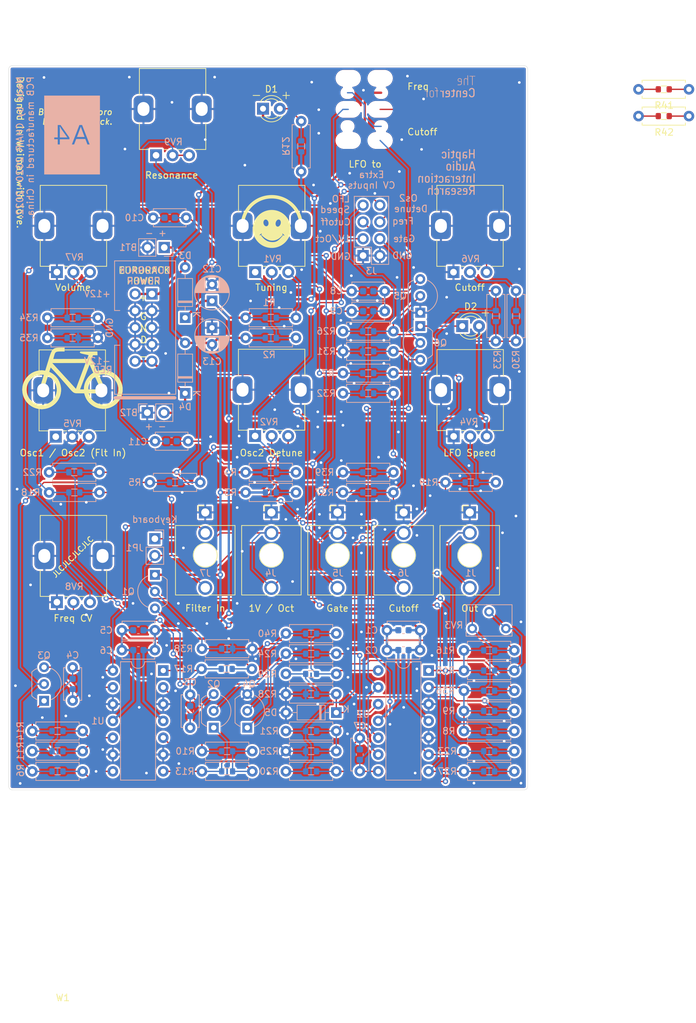
<source format=kicad_pcb>
(kicad_pcb (version 20221018) (generator pcbnew)
  (title_block (title "Ilse") (date "2022-11-23") (rev "2") (company "The Center for Haptic Audio Interaction Research") (comment 1 "License: CC BY-NC-SA") (comment 2 "Based on Totoro by Syntherjack") (comment 3 "Clemens Wegener"))
  (layers (0 "F.Cu" signal) (31 "B.Cu" signal) (34 "B.Paste" user) (35 "F.Paste" user) (36 "B.SilkS" user "B.Silkscreen") (37 "F.SilkS" user "F.Silkscreen") (38 "B.Mask" user) (39 "F.Mask" user) (44 "Edge.Cuts" user))
  (net 0 "")
  (net 1 "Net-(BT1-+)")
  (net 2 "GND")
  (net 3 "Net-(BT2--)")
  (net 4 "VSS")
  (net 5 "VCC")
  (net 6 "Net-(C3-Pad2)")
  (net 7 "Net-(Q2-E)")
  (net 8 "Net-(C4-Pad2)")
  (net 9 "Net-(Q3-E)")
  (net 10 "Net-(U2C--)")
  (net 11 "LFO")
  (net 12 "Net-(U2B--)")
  (net 13 "Net-(C10-Pad2)")
  (net 14 "Net-(C10-Pad1)")
  (net 15 "Net-(C11-Pad2)")
  (net 16 "Net-(Q5-E)")
  (net 17 "Net-(D1-A)")
  (net 18 "GATE")
  (net 19 "Net-(D2-K)")
  (net 20 "Net-(D5-K)")
  (net 21 "Net-(J3-Pin_6)")
  (net 22 "Net-(JP1-B)")
  (net 23 "Net-(Q1-E)")
  (net 24 "Net-(Q2-C)")
  (net 25 "Net-(Q2-B)")
  (net 26 "Net-(R1-Pad1)")
  (net 27 "Net-(R2-Pad2)")
  (net 28 "Net-(R4-Pad2)")
  (net 29 "Net-(R5-Pad2)")
  (net 30 "Net-(R7-Pad2)")
  (net 31 "Net-(Q3-C)")
  (net 32 "Net-(R30-Pad1)")
  (net 33 "1V{slash}Oct")
  (net 34 "Net-(Q3-B)")
  (net 35 "Osc 2 Detune")
  (net 36 "Net-(R19-Pad2)")
  (net 37 "LFO Speed")
  (net 38 "Filter Cutoff")
  (net 39 "Net-(R36-Pad2)")
  (net 40 "Net-(Q4-C)")
  (net 41 "Net-(J1-PadT)")
  (net 42 "Net-(J7-PadT)")
  (net 43 "Net-(Q4-B)")
  (net 44 "Net-(R29-Pad1)")
  (net 45 "Net-(Q5-B)")
  (net 46 "Net-(R15-Pad1)")
  (net 47 "Net-(Q6-E)")
  (net 48 "Net-(U2A--)")
  (net 49 "Net-(U1B-+)")
  (net 50 "Net-(R15-Pad2)")
  (net 51 "Net-(R17-Pad1)")
  (net 52 "Net-(R18-Pad1)")
  (net 53 "Net-(R19-Pad1)")
  (net 54 "Net-(R34-Pad1)")
  (net 55 "Net-(U1C-+)")
  (net 56 "Net-(U2C-+)")
  (net 57 "Net-(R41-Pad1)")
  (footprint "CHAIR:Jack_3.5mm_QingPu_WQP-WQP518MA" (layer "F.Cu") (at 122.229914 103.858638)
    (fp_text reference "J7")
    (fp_text value "Filter In")
  )
  (footprint "CHAIR:Potentiometer_Alps_RK09K_Single_Vertical" (layer "F.Cu") (at 99.62 92.41 90)
    (fp_text reference "RV5")
    (fp_text value "100kB")
  )
  (footprint "CHAIR:Potentiometer_Alps_RK09K_Single_Vertical" (layer "F.Cu") (at 99.795 117.435 90)
    (fp_text reference "RV8")
    (fp_text value "100kB")
  )
  (footprint "CHAIR:Potentiometer_Alps_RK09K_Single_Vertical" (layer "F.Cu") (at 129.77 92.31 90)
    (fp_text reference "RV2")
    (fp_text value "100kB")
  )
  (footprint "CHAIR:Potentiometer_Alps_RK09K_Single_Vertical" (layer "F.Cu") (at 159.795 92.36 90)
    (fp_text reference "RV4")
    (fp_text value "100kB")
  )
  (footprint "CHAIR:Potentiometer_Alps_RK09K_Single_Vertical" (layer "F.Cu") (at 159.77 67.535 90)
    (fp_text reference "RV6")
    (fp_text value "100kB")
  )
  (footprint "CHAIR:Potentiometer_Alps_RK09K_Single_Vertical" (layer "F.Cu") (at 99.795 67.535 90)
    (fp_text reference "RV7")
    (fp_text value "100kB")
  )
  (footprint "CHAIR:Potentiometer_Alps_RK09K_Single_Vertical" (layer "F.Cu") (at 129.7825 67.535 90)
    (fp_text reference "RV1")
    (fp_text value "5kB")
  )
  (footprint "CHAIR:Jack_3.5mm_QingPu_WQP-WQP518MA" (layer "F.Cu") (at 132.229914 103.858638)
    (fp_text reference "J4")
    (fp_text value "1V/Oct")
  )
  (footprint "CHAIR:LED_D3.0mm" (layer "F.Cu") (at 130.9629 42.8274)
    (fp_text reference "D1")
    (fp_text value "LED Superbright")
  )
  (footprint "CHAIR:LED_D3.0mm" (layer "F.Cu") (at 161.093 75.6974)
    (fp_text reference "D2")
    (fp_text value "LED Superbright")
  )
  (footprint "CHAIR:Jack_3.5mm_QingPu_WQP-WQP518MA" (layer "F.Cu") (at 142.229914 103.858638)
    (fp_text reference "J5")
    (fp_text value "Gate")
  )
  (footprint "CHAIR:Jack_3.5mm_QingPu_WQP-WQP518MA" (layer "F.Cu") (at 162.229914 103.858638)
    (fp_text reference "J1")
    (fp_text value "OUT")
  )
  (footprint "CHAIR:Jack_3.5mm_QingPu_WQP-WQP518MA" (layer "F.Cu") (at 152.229914 103.858638)
    (fp_text reference "J6")
    (fp_text value "Cutoff")
  )
  (footprint "CHAIR:EURORACK_Ribbon_Cable" (layer "F.Cu") (at 100.6879 177.7274)
    (fp_text reference "W1")
    (fp_text value "EURORACK_Cable")
  )
  (footprint "hybrid:R (hybrid SMD-THT)" (layer "F.Cu") (at 187.7579 39.8974)
    (fp_text reference "R41")
    (fp_text value "1k")
  )
  (footprint "hybrid:R (hybrid SMD-THT)" (layer "F.Cu") (at 187.7579 43.9474)
    (fp_text reference "R42")
    (fp_text value "10k")
  )
  (footprint "CHAIR:Potentiometer_Alps_RK09K_Single_Vertical" (layer "F.Cu") (at 114.78875 49.871 90)
    (fp_text reference "RV9")
    (fp_text value "1MA")
  )
  (footprint "Capacitor_THT:CP_Radial_D5.0mm_P2.50mm" (layer "B.Cu") (at 123.252 71.886 90)
    (fp_text reference "C12")
    (fp_text value "10u")
  )
  (footprint "Connector_PinHeader_2.54mm:PinHeader_1x02_P2.54mm_Vertical" (layer "B.Cu") (at 116.0283 63.8102 90)
    (fp_text reference "BT1")
    (fp_text value "9 V")
  )
  (footprint "Capacitor_THT:CP_Radial_D5.0mm_P2.50mm" (layer "B.Cu") (at 123.252 75.95 -90)
    (fp_text reference "C13")
    (fp_text value "10u")
  )
  (footprint "hybrid:R (hybrid SMD-THT)" (layer "B.Cu") (at 161.352 130.814)
    (fp_text reference "R36")
    (fp_text value "100k")
  )
  (footprint "hybrid:R (hybrid SMD-THT)" (layer "B.Cu") (at 150.684 79.506 180)
    (fp_text reference "R31")
    (fp_text value "2k2")
  )
  (footprint "Package_DIP:DIP-14_W7.62mm" (layer "B.Cu") (at 156.008 127.761 180)
    (fp_text reference "U2")
    (fp_text value "TL074")
  )
  (footprint "hybrid:R (hybrid SMD-THT)" (layer "B.Cu") (at 150.684 85.856 180)
    (fp_text reference "R32")
    (fp_text value "10k")
  )
  (footprint "hybrid:R (hybrid SMD-THT)" (layer "B.Cu") (at 166.178 70.362 -90)
    (fp_text reference "R33")
    (fp_text value "1k")
  )
  (footprint "Connector_PinHeader_2.54mm:PinHeader_2x04_P2.54mm_Vertical" (layer "B.Cu") (at 146.096094 65.0294)
    (fp_text reference "J3")
    (fp_text value "CV Inputs")
  )
  (footprint "hybrid:R (hybrid SMD-THT)" (layer "B.Cu") (at 98.36 74.426)
    (fp_text reference "R34")
    (fp_text value "4k7")
  )
  (footprint "hybrid:R (hybrid SMD-THT)" (layer "B.Cu") (at 105.98 77.474 180)
    (fp_text reference "R35")
    (fp_text value "1k")
  )
  (footprint "hybrid:R (hybrid SMD-THT)" (layer "B.Cu") (at 121.728 124.464)
    (fp_text reference "R38")
    (fp_text value "100k")
  )
  (footprint "hybrid:R (hybrid SMD-THT)" (layer "B.Cu") (at 143.064 97.794)
    (fp_text reference "R39")
    (fp_text value "100k")
  )
  (footprint "hybrid:R (hybrid SMD-THT)" (layer "B.Cu") (at 143.064 100.842)
    (fp_text reference "R37")
    (fp_text value "47k")
  )
  (footprint "Package_DIP:DIP-14_W7.62mm" (layer "B.Cu") (at 115.876 127.761 180)
    (fp_text reference "U1")
    (fp_text value "TL074")
  )
  (footprint "Potentiometer_THT:Potentiometer_Bourns_3266W_Vertical" (layer "B.Cu") (at 167.6919 121.4174)
    (fp_text reference "RV3")
    (fp_text value "500")
  )
  (footprint "hybrid:R (hybrid SMD-THT)" (layer "B.Cu") (at 96.074 143.006)
    (fp_text reference "R6")
    (fp_text value "1k")
  )
  (footprint "hybrid:R (hybrid SMD-THT)" (layer "B.Cu") (at 98.614 100.842)
    (fp_text reference "R18")
    (fp_text value "100k")
  )
  (footprint "CHAIR:Euro_Header_10-pin_TH" (layer "B.Cu") (at 114.0602 70.8363 180)
    (fp_text reference "J2" hide)
    (fp_text value "EURO RACK POWER")
  )
  (footprint "hybrid:R (hybrid SMD-THT)" (layer "B.Cu") (at 129.285 127.5113 180)
    (fp_text reference "R17")
    (fp_text value "100k")
  )
  (footprint "Connector_PinHeader_2.54mm:PinHeader_1x02_P2.54mm_Vertical" (layer "B.Cu") (at 114.6059 107.838638 180)
    (fp_text reference "JP1")
    (fp_text value "Freq Gate")
  )
  (footprint "hybrid:R (hybrid SMD-THT)" (layer "B.Cu") (at 121.728 143.006)
    (fp_text reference "R13")
    (fp_text value "100k")
  )
  (footprint "Connector_PinHeader_2.54mm:PinHeader_1x02_P2.54mm_Vertical" (layer "B.Cu") (at 113.4579 88.7784 -90)
    (fp_text reference "BT2")
    (fp_text value "9 V")
  )
  (footprint "CHAIR:CHAIR_logo_silkscreen" (layer "B.Cu") (at 161.7379 46.8274 180)
    (fp_text reference "LOGO1" hide)
    (fp_text value "CHAIR-LOGO" hide)
  )
  (footprint "hybrid:R (hybrid SMD-THT)" (layer "B.Cu") (at 168.972 124.718 180)
    (fp_text reference "R16")
    (fp_text value "1k")
  )
  (footprint "hybrid:R (hybrid SMD-THT)" (layer "B.Cu") (at 106.234 97.794 180)
    (fp_text reference "R22")
    (fp_text value "47k")
  )
  (footprint "hybrid:R (hybrid SMD-THT)" (layer "B.Cu") (at 96.074 136.91)
    (fp_text reference "R14")
    (fp_text value "100k")
  )
  (footprint "hybrid:R (hybrid SMD-THT)" (layer "B.Cu") (at 113.854 99.318)
    (fp_text reference "R5")
    (fp_text value "1k")
  )
  (footprint "hybrid:R (hybrid SMD-THT)" (layer "B.Cu") (at 103.694 139.958 180)
    (fp_text reference "R11")
    (fp_text value "47k")
  )
  (footprint "hybrid:R (hybrid SMD-THT)" (layer "B.Cu") (at 129.348 139.958 180)
    (fp_text reference "R10")
    (fp_text value "47k")
  )
  (footprint "hybrid:C_Disc_(hybrid SMD-THT)_P5.00mm-0604" (layer "B.Cu") (at 102.17 132.298 90)
    (fp_text reference "C4")
    (fp_text value "10n")
  )
  (footprint "hybrid:C_Disc_(hybrid SMD-THT)_P5.00mm-0604" (layer "B.Cu") (at 149.374 73.442 180)
    (fp_text reference "C9")
    (fp_text value "0.1u")
  )
  (footprint "hybrid:C_Disc_(hybrid SMD-THT)_P5.00mm-0604" (layer "B.Cu") (at 154.708 121.67 180)
    (fp_text reference "C1")
    (fp_text value "1u")
  )
  (footprint "hybrid:C_Disc_(hybrid SMD-THT)_P5.00mm-0604" (layer "B.Cu") (at 154.708 124.67 180)
    (fp_text reference "C2")
    (fp_text value "0.1u")
  )
  (footprint "hybrid:C_Disc_(hybrid SMD-THT)_P5.00mm-0604" (layer "B.Cu") (at 114.616 121.67 180)
    (fp_text reference "C5")
    (fp_text value "1u")
  )
  (footprint "hybrid:C_Disc_(hybrid SMD-THT)_P5.00mm-0604" (layer "B.Cu") (at 114.616 124.67 180)
    (fp_text reference "C6")
    (fp_text value "0.1u")
  )
  (footprint "hybrid:R (hybrid SMD-THT)" (layer "B.Cu") (at 150.684 82.808 180)
    (fp_text reference "R7")
    (fp_text value "22k")
  )
  (footprint "hybrid:C_Disc_(hybrid SMD-THT)_P5.00mm-0604" (layer "B.Cu") (at 119.95 136.402 90)
    (fp_text reference "C3")
    (fp_text value "10n")
  )
  (footprint "hybrid:R (hybrid SMD-THT)" (layer "B.Cu") (at 135.952 74.426 180)
    (fp_text reference "R1")
    (fp_text value "4k7")
  )
  (footprint "hybrid:C_Disc_(hybrid SMD-THT)_P5.00mm-0604" (layer "B.Cu") (at 145.604 137.966 -90)
    (fp_text reference "C7")
    (fp_text value "0.1u")
  )
  (footprint "hybrid:C_Disc_(hybrid SMD-THT)_P5.00mm-0604" (layer "B.Cu") (at 144.374 70.41)
    (fp_text reference "C8")
    (fp_text value "0.1u")
  )
  (footprint "hybrid:R (hybrid SMD-THT)" (layer "B.Cu") (at 135.952 97.794 180)
    (fp_text reference "R3")
    (fp_text value "100k")
  )
  (footprint "Package_TO_SOT_THT:TO-92_Inline_Wide" (layer "B.Cu") (at 123.506 136.402 90)
    (fp_text reference "Q2")
    (fp_text value "BC559")
  )
  (footprint "hybrid:C_Disc_(hybrid SMD-THT)_P5.00mm-0604" (layer "B.Cu") (at 114.3519 59.3144)
    (fp_text reference "C10")
    (fp_text value "1n")
  )
  (footprint "hybrid:C_Disc_(hybrid SMD-THT)_P5.00mm-0604" (layer "B.Cu") (at 119.6459 93.0964 180)
    (fp_text reference "C11")
    (fp_text value "1u")
  )
  (footprint "Package_TO_SOT_THT:TO-92_Inline_Wide" (layer "B.Cu") (at 97.852 132.338 90)
    (fp_text reference "Q3")
    (fp_text value "BC559")
  )
  (footprint "Package_TO_SOT_THT:TO-92_Inline_Wide" (layer "B.Cu") (at 154.748 73.664 90)
    (fp_text reference "Q5")
    (fp_text value "BC548")
  )
  (footprint "Package_TO_SOT_THT:TO-92_Inline_Wide" (layer "B.Cu") (at 114.616 113.288 -90)
    (fp_text reference "Q1")
    (fp_text value "BC559")
  )
  (footprint "Package_TO_SOT_THT:TO-92_Inline_Wide" (layer "B.Cu") (at 128.586 136.402 90)
    (fp_text reference "Q4")
    (fp_text value "BC548")
  )
  (footprint "Package_TO_SOT_THT:TO-92_Inline_Wide" (layer "B.Cu") (at 154.748 75.696 -90)
    (fp_text reference "Q6")
    (fp_text value "BC548")
  )
  (footprint "hybrid:R (hybrid SMD-THT)" (layer "B.Cu") (at 128.332 77.474)
    (fp_text reference "R2")
    (fp_text value "47k")
  )
  (footprint "hybrid:R (hybrid SMD-THT)" (layer "B.Cu") (at 128.332 100.842)
    (fp_text reference "R4")
    (fp_text value "100k")
  )
  (footprint "hybrid:R (hybrid SMD-THT)" (layer "B.Cu") (at 161.352 133.862)
    (fp_text reference "R9")
    (fp_text value "1k")
  )
  (footprint "hybrid:R (hybrid SMD-THT)" (layer "B.Cu") (at 142.048 131.322 180)
    (fp_text reference "R28")
    (fp_text value "100k")
  )
  (footprint "hybrid:R (hybrid SMD-THT)" (layer "B.Cu") (at 161.352 127.766)
    (fp_text reference "R15")
    (fp_text value "1.5k")
  )
  (footprint "hybrid:R (hybrid SMD-THT)" (layer "B.Cu") (at 136.7379 52.3274 90)
    (fp_text reference "R12")
    (fp_text value "4k7")
  )
  (footprint "hybrid:R (hybrid SMD-THT)" (layer "B.Cu") (at 142.048 136.91 180)
    (fp_text reference "R21")
    (fp_text value "47k")
  )
  (footprint "hybrid:R (hybrid SMD-THT)" (layer "B.Cu") (at 161.352 143.006)
    (fp_text reference "R27")
    (fp_text value "100k")
  )
  (footprint "hybrid:R (hybrid SMD-THT)" (layer "B.Cu") (at 161.352 139.958)
    (fp_text reference "R23")
    (fp_text value "47k")
  )
  (footprint "hybrid:R (hybrid SMD-THT)" (layer "B.Cu") (at 134.428 139.958)
    (fp_text reference "R25")
    (fp_text value "10k")
  )
  (footprint "hybrid:R (hybrid SMD-THT)" (layer "B.Cu") (at 143.064 76.474)
    (fp_text reference "R26")
    (fp_text value "10k")
  )
  (footprint "hybrid:R (hybrid SMD-THT)" (layer "B.Cu") (at 134.428 125.226)
    (fp_text reference "R24")
    (fp_text value "10k")
  )
  (footprint "hybrid:R (hybrid SMD-THT)" (layer "B.Cu") (at 142.048 128.274 180)
    (fp_text reference "R29")
    (fp_text value "47k")
  )
  (footprint "hybrid:R (hybrid SMD-THT)" (layer "B.Cu") (at 169.226 70.362 -90)
    (fp_text reference "R30")
    (fp_text value "1k")
  )
  (footprint "hybrid:R (hybrid SMD-THT)" (layer "B.Cu") (at 158.558 99.318)
    (fp_text reference "R19")
    (fp_text value "10k")
  )
  (footprint "hybrid:R (hybrid SMD-THT)" (layer "B.Cu") (at 142.048 143.006 180)
    (fp_text reference "R20")
    (fp_text value "100k")
  )
  (footprint "hybrid:R (hybrid SMD-THT)" (layer "B.Cu") (at 161.352 136.91)
    (fp_text reference "R8")
    (fp_text value "100k")
  )
  (footprint "hybrid:R (hybrid SMD-THT)" (layer "B.Cu") (at 142.048 122.178 180)
    (fp_text reference "R40")
    (fp_text value "10k")
  )
  (footprint "Diode_THT:D_DO-35_SOD27_P7.62mm_Horizontal" (layer "B.Cu") (at 119.188 74.426 90)
    (fp_text reference "D3")
    (fp_text value "1N5818")
  )
  (footprint "Diode_THT:D_DO-35_SOD27_P7.62mm_Horizontal" (layer "B.Cu") (at 119.188 85.856 90)
    (fp_text reference "D4")
    (fp_text value "1N5818")
  )
  (footprint "Diode_THT:D_DO-35_SOD27_P7.62mm_Horizontal" (layer "B.Cu") (at 142.048 134.116 180)
    (fp_text reference "D5")
    (fp_text value "1N5818")
  )
  (gr_poly (pts (xy 102.859372 47.083635) (xy 103.947739 47.083635) (xy 103.405819 45.615941)) (stroke (width 0.04)) (fill solid) (layer "B.SilkS"))
  (gr_poly (pts (xy 100.244828 45.680992) (xy 100.250826 45.801087) (xy 100.255978 45.921182) (xy 100.257575 45.980966) (xy 100.258166 46.040432) (xy 100.258166 47.155899) (xy 101.328447 47.155899) (xy 100.547182 46.058498) (xy 100.510111 46.004368) (xy 100.470764 45.944681) (xy 100.430253 45.881079) (xy 100.38969 45.815201) (xy 100.350185 45.748688) (xy 100.31285 45.68318) (xy 100.278796 45.620318) (xy 100.249133 45.561743) (xy 100.2401 45.561743)) (stroke (width 0.04)) (fill solid) (layer "B.SilkS"))
  (gr_poly (pts (xy 97.888039 52.750721) (xy 106.28802 52.750721) (xy 106.28802 48.248752) (xy 104.774169 48.248752) (xy 104.394823 48.248752) (xy 104.078708 47.422342) (xy 102.728423 47.422342) (xy 102.412288 48.248752) (xy 102.028435 48.248752) (xy 102.331475 47.467487) (xy 101.71232 47.467487) (xy 100.258166 47.467487) (xy 100.258166 48.248752) (xy 99.896886 48.248752) (xy 99.896886 47.467487) (xy 99.368505 47.467487) (xy 99.368505 47.155899) (xy 99.896886 47.155899) (xy 99.896886 45.2682) (xy 100.353003 45.2682) (xy 101.71232 47.201043) (xy 101.71232 47.467487) (xy 102.331475 47.467487) (xy 103.18454 45.2682) (xy 103.613558 45.2682) (xy 104.774169 48.248752) (xy 106.28802 48.248752) (xy 106.28802 40.870722) (xy 97.88802 40.870722)) (stroke (width 0.04)) (fill solid) (layer "B.SilkS"))
  (gr_line (start 109.036242 83.914681) (end 109.099035 84.023888) (stroke (width 0.647904)) (layer "F.SilkS"))
  (gr_line (start 109.156626 86.397523) (end 109.099035 86.509967) (stroke (width 0.647904)) (layer "F.SilkS"))
  (gr_line (start 107.203114 87.844694) (end 107.072603 87.861278) (stroke (width 0.647904)) (layer "F.SilkS"))
  (gr_poly (pts (xy 100.953924 79.531412) (xy 100.447684 79.529614) (xy 100.247772 79.53113) (xy 100.078853 79.536906) (xy 99.937565 79.548927) (xy 99.876233 79.557901) (xy 99.82055 79.569181) (xy 99.770094 79.583016) (xy 99.724446 79.599654) (xy 99.683187 79.619344) (xy 99.645895 79.642333) (xy 99.612152 79.66887) (xy 99.581536 79.699204) (xy 99.553628 79.733582) (xy 99.528009 79.772253) (xy 99.504257 79.815465) (xy 99.481954 79.863468) (xy 99.460679 79.916508) (xy 99.440011 79.974834) (xy 99.39882 80.108339) (xy 99.355022 80.265968) (xy 99.246161 80.661549) (xy 104.382004 80.648991) (xy 104.582917 80.083923) (xy 104.376768 80.038919) (xy 104.189691 79.999098) (xy 103.871088 79.931669) (xy 103.738728 79.902393) (xy 103.679101 79.888501) (xy 103.623773 79.874966) (xy 103.572692 79.861684) (xy 103.525805 79.848552) (xy 103.483062 79.835464) (xy 103.444409 79.822318) (xy 103.409795 79.809007) (xy 103.379167 79.795429) (xy 103.352474 79.781479) (xy 103.329662 79.767053) (xy 103.319696 79.759629) (xy 103.310681 79.752047) (xy 103.302611 79.744293) (xy 103.295478 79.736356) (xy 103.289277 79.728221) (xy 103.284 79.719875) (xy 103.279643 79.711307) (xy 103.276197 79.702502) (xy 103.273656 79.693448) (xy 103.272015 79.684131) (xy 103.271265 79.67454) (xy 103.271402 79.664659) (xy 103.272418 79.654477) (xy 103.274307 79.643981) (xy 103.277062 79.633157) (xy 103.280677 79.621993) (xy 103.285145 79.610475) (xy 103.29046 79.59859) (xy 103.303604 79.573669) (xy 103.320057 79.547126) (xy 103.339767 79.518855) (xy 105.913968 79.518855) (xy 105.939081 80.09648) (xy 105.248442 80.109037) (xy 105.047528 80.661549) (xy 105.417459 81.484123) (xy 105.742778 82.206232) (xy 106.271058 83.376231) (xy 106.655325 84.225893) (xy 106.918533 84.809568) (xy 107.011914 85.018644) (xy 107.083639 85.181604) (xy 107.136577 85.305241) (xy 107.156898 85.354437) (xy 107.173598 85.396349) (xy 107.187037 85.431828) (xy 107.197572 85.461722) (xy 107.205562 85.486881) (xy 107.211367 85.508153) (xy 107.215345 85.526388) (xy 107.217854 85.542436) (xy 107.219254 85.557145) (xy 107.219902 85.571364) (xy 107.209982 85.648092) (xy 107.191289 85.711159) (xy 107.160024 85.761817) (xy 107.112383 85.801315) (xy 107.044566 85.830905) (xy 106.952771 85.851838) (xy 106.833197 85.865364) (xy 106.682042 85.872734) (xy 103.879722 85.860176) (xy 102.721375 85.850933) (xy 102.554365 85.830023) (xy 102.407421 85.783722) (xy 102.266061 85.703052) (xy 102.115802 85.579037) (xy 101.942162 85.402702) (xy 101.810652 85.254945) (xy 103.303516 85.254945) (xy 106.422192 85.263854) (xy 104.729197 81.512533) (xy 103.303516 85.254945) (xy 101.810652 85.254945) (xy 101.730658 85.165068) (xy 101.136132 84.470004) (xy 100.216364 83.422033) (xy 99.598309 82.743267) (xy 98.855497 81.949346) (xy 98.648909 82.594823) (xy 98.470742 83.158214) (xy 98.318343 83.645159) (xy 98.189061 84.061295) (xy 97.989243 84.703689) (xy 97.913403 84.941224) (xy 97.88034 85.041541) (xy 97.850073 85.130499) (xy 97.822271 85.208802) (xy 97.796602 85.277154) (xy 97.772735 85.33626) (xy 97.750339 85.386826) (xy 97.729081 85.429555) (xy 97.718775 85.448201) (xy 97.70863 85.465152) (xy 97.698604 85.480496) (xy 97.688656 85.494322) (xy 97.678744 85.506718) (xy 97.668826 85.51777) (xy 97.658862 85.527569) (xy 97.648809 85.536201) (xy 97.638627 85.543755) (xy 97.628274 85.550319) (xy 97.617708 85.555981) (xy 97.606889 85.560829) (xy 97.595774 85.564951) (xy 97.584322 85.568435) (xy 97.560243 85.573843) (xy 97.53432 85.577757) (xy 97.475614 85.583921) (xy 97.460342 85.582552) (xy 97.445285 85.580511) (xy 97.430461 85.577814) (xy 97.415888 85.574477) (xy 97.401585 85.570514) (xy 97.38757 85.565941) (xy 97.373862 85.560773) (xy 97.360478 85.555026) (xy 97.347438 85.548715) (xy 97.33476 85.541855) (xy 97.322462 85.534461) (xy 97.310563 85.52655) (xy 97.29908 85.518136) (xy 97.288033 85.509234) (xy 97.277439 85.49986) (xy 97.267318 85.490029) (xy 97.257687 85.479757) (xy 97.248565 85.469059) (xy 97.23997 85.45795) (xy 97.231921 85.446446) (xy 97.224436 85.434561) (xy 97.217534 85.422312) (xy 97.211232 85.409713) (xy 97.20555 85.396779) (xy 97.200505 85.383528) (xy 97.196116 85.369972) (xy 97.192402 85.356129) (xy 97.189381 85.342012) (xy 97.187071 85.327638) (xy 97.185491 85.313022) (xy 97.184658 85.298179) (xy 97.184592 85.283124) (xy 97.186126 85.167024) (xy 97.205507 85.071769) (xy 97.255284 84.891999) (xy 97.49998 84.099779) (xy 98.028125 82.432095) (xy 98.379987 81.28086) (xy 99.097759 81.28086) (xy 102.670871 85.17475) (xy 104.123283 81.27195) (xy 99.097759 81.28086) (xy 98.379987 81.28086) (xy 98.672656 80.323292) (xy 98.789045 79.981504) (xy 98.844588 79.834173) (xy 98.899346 79.701521) (xy 98.954058 79.582775) (xy 99.009463 79.477161) (xy 99.066297 79.383909) (xy 99.1253 79.302245) (xy 99.187209 79.231397) (xy 99.252762 79.170592) (xy 99.322698 79.119058) (xy 99.397754 79.076022) (xy 99.478668 79.040711) (xy 99.56618 79.012354) (xy 99.661026 78.990176) (xy 99.763944 78.973407) (xy 99.875674 78.961273) (xy 99.996952 78.953002) (xy 100.271108 78.944957) (xy 100.96648 78.94123)) (fill solid) (layer "F.SilkS"))
  (gr_line (start 105.909316 82.817355) (end 106.030485 82.776355) (stroke (width 0.647904)) (layer "F.SilkS"))
  (gr_line (start 105.052534 83.336576) (end 105.147158 83.254611) (stroke (width 0.647904)) (layer "F.SilkS"))
  (gr_line (start 95.089467 84.300441) (end 95.141691 84.184924) (stroke (width 0.647904)) (layer "F.SilkS"))
  (gr_line (start 95.561995 87.068956) (end 95.48003 86.974332) (stroke (width 0.647904)) (layer "F.SilkS"))
  (gr_line (start 104.875618 83.513492) (end 104.961966 83.422924) (stroke (width 0.647904)) (layer "F.SilkS"))
  (gr_line (start 105.56293 82.973862) (end 105.675374 82.916272) (stroke (width 0.647904)) (layer "F.SilkS"))
  (gr_line (start 104.512904 84.023888) (end 104.575697 83.914681) (stroke (width 0.647904)) (layer "F.SilkS"))
  (gr_line (start 99.785412 84.072481) (end 99.843002 84.184924) (stroke (width 0.647904)) (layer "F.SilkS"))
  (gr_line (start 99.722619 83.963273) (end 99.785412 84.072481) (stroke (width 0.647904)) (layer "F.SilkS"))
  (gr_line (start 99.582081 83.755223) (end 99.654788 83.857466) (stroke (width 0.647904)) (layer "F.SilkS"))
  (gr_line (start 107.203114 82.689161) (end 107.331535 82.712095) (stroke (width 0.647904)) (layer "F.SilkS"))
  (gr_line (start 104.201549 85.132729) (end 104.211619 85.000293) (stroke (width 0.647904)) (layer "F.SilkS"))
  (gr_line (start 97.75898 82.721169) (end 97.889491 82.737753) (stroke (width 0.647904)) (layer "F.SilkS"))
  (gr_line (start 100.070113 85.712664) (end 100.04718 85.841085) (stroke (width 0.647904)) (layer "F.SilkS"))
  (gr_line (start 98.950401 83.153079) (end 99.052644 83.225786) (stroke (width 0.647904)) (layer "F.SilkS"))
  (gr_line (start 108.464782 87.279244) (end 108.366267 87.356662) (stroke (width 0.647904)) (layer "F.SilkS"))
  (gr_line (start 95.001774 86.091004) (end 94.966633 85.967253) (stroke (width 0.647904)) (layer "F.SilkS"))
  (gr_line (start 109.360803 85.792493) (end 109.331684 85.918661) (stroke (width 0.647904)) (layer "F.SilkS"))
  (gr_line (start 107.821048 87.669807) (end 107.702623 87.716501) (stroke (width 0.647904)) (layer "F.SilkS"))
  (gr_line (start 107.072603 87.861278) (end 106.940167 87.871349) (stroke (width 0.647904)) (layer "F.SilkS"))
  (gr_line (start 109.413785 85.266927) (end 109.410392 85.401125) (stroke (width 0.647904)) (layer "F.SilkS"))
  (gr_line (start 105.909316 87.716501) (end 105.790891 87.669807) (stroke (width 0.647904)) (layer "F.SilkS"))
  (gr_line (start 99.422698 87.068956) (end 99.33635 87.159523) (stroke (width 0.647904)) (layer "F.SilkS"))
  (gr_line (start 104.793653 83.608115) (end 104.875618 83.513492) (stroke (width 0.647904)) (layer "F.SilkS"))
  (gr_line (start 104.716236 83.706631) (end 104.793653 83.608115) (stroke (width 0.647904)) (layer "F.SilkS"))
  (gr_line (start 99.504663 83.656708) (end 99.582081 83.755223) (stroke (width 0.647904)) (layer "F.SilkS"))
  (gr_line (start 109.413785 85.266927) (end 109.413785 85.266927) (stroke (width 0.647904)) (layer "F.SilkS"))
  (gr_line (start 108.366267 87.356662) (end 108.264023 87.429368) (stroke (width 0.647904)) (layer "F.SilkS"))
  (gr_line (start 99.785412 86.558559) (end 99.722619 86.667766) (stroke (width 0.647904)) (layer "F.SilkS"))
  (gr_line (start 106.408825 82.689161) (end 106.539336 82.672577) (stroke (width 0.647904)) (layer "F.SilkS"))
  (gr_line (start 96.034293 83.153079) (end 96.1401 83.085248) (stroke (width 0.647904)) (layer "F.SilkS"))
  (gr_line (start 99.982919 84.540036) (end 100.01806 84.663786) (stroke (width 0.647904)) (layer "F.SilkS"))
  (gr_line (start 104.251137 84.741362) (end 104.280256 84.615194) (stroke (width 0.647904)) (layer "F.SilkS"))
  (gr_line (start 94.884532 85.31552) (end 94.884532 85.31552) (stroke (width 0.647904)) (layer "F.SilkS"))
  (gr_line (start 104.228203 85.664072) (end 104.211619 85.533561) (stroke (width 0.647904)) (layer "F.SilkS"))
  (gr_line (start 104.793653 86.92574) (end 104.716236 86.827224) (stroke (width 0.647904)) (layer "F.SilkS"))
  (gr_line (start 106.805969 82.659113) (end 106.805969 82.659113) (stroke (width 0.647904)) (layer "F.SilkS"))
  (gr_line (start 99.843002 84.184924) (end 99.895226 84.300441) (stroke (width 0.647904)) (layer "F.SilkS"))
  (gr_line (start 108.559405 83.336576) (end 108.649973 83.422924) (stroke (width 0.647904)) (layer "F.SilkS"))
  (gr_line (start 95.001774 84.540036) (end 95.042774 84.418866) (stroke (width 0.647904)) (layer "F.SilkS"))
  (gr_line (start 100.086697 85.582153) (end 100.070113 85.712664) (stroke (width 0.647904)) (layer "F.SilkS"))
  (gr_line (start 100.086697 85.048886) (end 100.096768 85.181322) (stroke (width 0.647904)) (layer "F.SilkS"))
  (gr_line (start 97.889491 87.893287) (end 97.75898 87.909871) (stroke (width 0.647904)) (layer "F.SilkS"))
  (gr_line (start 95.561995 83.562084) (end 95.648343 83.471517) (stroke (width 0.647904)) (layer "F.SilkS"))
  (gr_line (start 99.94192 84.418866) (end 99.982919 84.540036) (stroke (width 0.647904)) (layer "F.SilkS"))
  (gr_line (start 104.201549 85.401125) (end 104.198155 85.266927) (stroke (width 0.647904)) (layer "F.SilkS"))
  (gr_line (start 108.895704 83.706631) (end 108.968411 83.808874) (stroke (width 0.647904)) (layer "F.SilkS"))
  (gr_line (start 109.383737 85.664072) (end 109.360803 85.792493) (stroke (width 0.647904)) (layer "F.SilkS"))
  (gr_line (start 109.331684 85.918661) (end 109.296543 86.042412) (stroke (width 0.647904)) (layer "F.SilkS"))
  (gr_line (start 99.245782 83.385168) (end 99.33635 83.471517) (stroke (width 0.647904)) (layer "F.SilkS"))
  (gr_line (start 95.329906 83.857466) (end 95.402613 83.755223) (stroke (width 0.647904)) (layer "F.SilkS"))
  (gr_line (start 106.154236 87.792641) (end 106.030485 87.7575) (stroke (width 0.647904)) (layer "F.SilkS"))
  (gr_line (start 108.049009 82.973862) (end 108.158216 83.036655) (stroke (width 0.647904)) (layer "F.SilkS"))
  (gr_line (start 99.422698 83.562084) (end 99.504663 83.656708) (stroke (width 0.647904)) (layer "F.SilkS"))
  (gr_line (start 105.790891 82.864048) (end 105.909316 82.817355) (stroke (width 0.647904)) (layer "F.SilkS"))
  (gr_line (start 98.389001 87.765094) (end 98.267831 87.806093) (stroke (width 0.647904)) (layer "F.SilkS"))
  (gr_line (start 99.582081 86.875817) (end 99.504663 86.974332) (stroke (width 0.647904)) (layer "F.SilkS"))
  (gr_line (start 95.833534 87.327837) (end 95.738911 87.245872) (stroke (width 0.647904)) (layer "F.SilkS"))
  (gr_line (start 108.158216 83.036655) (end 108.264023 83.104487) (stroke (width 0.647904)) (layer "F.SilkS"))
  (gr_line (start 99.654788 86.773574) (end 99.582081 86.875817) (stroke (width 0.647904)) (layer "F.SilkS"))
  (gr_arc (start 127.862704 60.987946) (mid 132.2843 56.1394) (end 136.710088 60.984119) (stroke (width 0.52)) (layer "F.SilkS"))
  (gr_line (start 107.072603 82.672577) (end 107.203114 82.689161) (stroke (width 0.647904)) (layer "F.SilkS"))
  (gr_line (start 98.14408 82.789806) (end 98.267831 82.824948) (stroke (width 0.647904)) (layer "F.SilkS"))
  (gr_line (start 95.199281 84.072481) (end 95.262074 83.963273) (stroke (width 0.647904)) (layer "F.SilkS"))
  (gr_line (start 107.457703 87.792641) (end 107.331535 87.821761) (stroke (width 0.647904)) (layer "F.SilkS"))
  (gr_line (start 94.887926 85.449717) (end 94.884532 85.31552) (stroke (width 0.647904)) (layer "F.SilkS"))
  (gr_line (start 95.262074 86.667766) (end 95.199281 86.558559) (stroke (width 0.647904)) (layer "F.SilkS"))
  (gr_line (start 108.049009 87.559993) (end 107.936565 87.617583) (stroke (width 0.647904)) (layer "F.SilkS"))
  (gr_line (start 96.840613 82.789806) (end 96.966781 82.760687) (stroke (width 0.647904)) (layer "F.SilkS"))
  (gr_line (start 98.844594 83.085248) (end 98.950401 83.153079) (stroke (width 0.647904)) (layer "F.SilkS"))
  (gr_line (start 109.255543 86.163581) (end 109.20885 86.282007) (stroke (width 0.647904)) (layer "F.SilkS"))
  (gr_line (start 98.017912 87.870354) (end 97.889491 87.893287) (stroke (width 0.647904)) (layer "F.SilkS"))
  (gr_line (start 95.648343 87.159523) (end 95.561995 87.068956) (stroke (width 0.647904)) (layer "F.SilkS"))
  (gr_line (start 105.347916 83.104487) (end 105.453723 83.036655) (stroke (width 0.647904)) (layer "F.SilkS"))
  (gr_line (start 98.844594 87.545793) (end 98.735386 87.608586) (stroke (width 0.647904)) (layer "F.SilkS"))
  (gr_line (start 109.410392 85.132729) (end 109.413785 85.266927) (stroke (width 0.647904)) (layer "F.SilkS"))
  (gr_line (start 95.833534 83.303204) (end 95.93205 83.225786) (stroke (width 0.647904)) (layer "F.SilkS"))
  (gr_line (start 96.249307 87.608586) (end 96.1401 87.545793) (stroke (width 0.647904)) (layer "F.SilkS"))
  (gr_line (start 99.94192 86.212174) (end 99.895226 86.330599) (stroke (width 0.647904)) (layer "F.SilkS"))
  (gr_line (start 95.738911 83.385168) (end 95.833534 83.303204) (stroke (width 0.647904)) (layer "F.SilkS"))
  (gr_line (start 95.402613 86.875817) (end 95.329906 86.773574) (stroke (width 0.647904)) (layer "F.SilkS"))
  (gr_line (start 109.036242 86.619174) (end 108.968411 86.724981) (stroke (width 0.647904)) (layer "F.SilkS"))
  (gr_line (start 105.675374 87.617583) (end 105.56293 87.559993) (stroke (width 0.647904)) (layer "F.SilkS"))
  (gr_line (start 96.361751 87.666176) (end 96.249307 87.608586) (stroke (width 0.647904)) (layer "F.SilkS"))
  (gr_poly (pts (xy 132.430571 58.137995) (xy 132.571958 58.14851) (xy 132.712144 58.165919) (xy 132.850894 58.190124) (xy 132.987971 58.221029) (xy 133.123141 58.258535) (xy 133.256169 58.302546) (xy 133.386819 58.352963) (xy 133.514855 58.409689) (xy 133.640043 58.472628) (xy 133.762147 58.541681) (xy 133.880932 58.61675) (xy 133.996163 58.69774) (xy 134.107604 58.784551) (xy 134.21502 58.877086) (xy 134.318175 58.975249) (xy 134.416341 59.078401) (xy 134.50888 59.185814) (xy 134.595695 59.297251) (xy 134.676687 59.412479) (xy 134.751761 59.531261) (xy 134.820818 59.653362) (xy 134.88376 59.778547) (xy 134.940491 59.90658) (xy 134.990913 60.037227) (xy 135.034928 60.170251) (xy 135.072439 60.305418) (xy 135.103349 60.442491) (xy 135.127559 60.581237) (xy 135.144973 60.721418) (xy 135.155492 60.862801) (xy 135.159021 61.005149) (xy 135.155491 61.147503) (xy 135.14497 61.28889) (xy 135.127555 61.429075) (xy 135.103343 61.567823) (xy 135.072433 61.704899) (xy 135.034921 61.840068) (xy 134.990904 61.973094) (xy 134.940481 62.103742) (xy 134.883749 62.231776) (xy 134.820805 62.356961) (xy 134.751748 62.479062) (xy 134.676673 62.597844) (xy 134.595679 62.713071) (xy 134.508863 62.824508) (xy 134.416323 62.93192) (xy 134.318157 63.03507) (xy 134.215 63.133232) (xy 134.107584 63.225766) (xy 133.996142 63.312576) (xy 133.88091 63.393564) (xy 133.762123 63.468632) (xy 133.640018 63.537684) (xy 133.514828 63.600621) (xy 133.386789 63.657346) (xy 133.256137 63.707762) (xy 133.123107 63.751772) (xy 132.987933 63.789276) (xy 132.850852 63.82018) (xy 132.712099 63.844384) (xy 132.571909 63.861791) (xy 132.430517 63.872305) (xy 132.288158 63.875827) (xy 132.140434 63.872088) (xy 131.99465 63.861) (xy 131.850985 63.842742) (xy 131.70962 63.817494) (xy 131.570736 63.785437) (xy 131.434512 63.746752) (xy 131.30113 63.701618) (xy 131.170769 63.650216) (xy 131.04361 63.592726) (xy 130.919833 63.52933) (xy 130.799619 63.460206) (xy 130.683148 63.385536) (xy 130.5706 63.3055) (xy 130.462156 63.220278) (xy 130.357996 63.130051) (xy 130.258301 63.034999) (xy 130.16325 62.935302) (xy 130.073024 62.831141) (xy 129.987804 62.722696) (xy 129.90777 62.610147) (xy 129.833102 62.493676) (xy 129.76398 62.373461) (xy 129.700586 62.249685) (xy 129.643099 62.122526) (xy 129.5917 61.992166) (xy 129.559825 61.897963) (xy 130.44365 61.897963) (xy 130.505196 61.981523) (xy 130.624102 61.891297) (xy 130.689469 61.996489) (xy 130.769563 62.110453) (xy 130.820992 62.177665) (xy 130.879829 62.24975) (xy 130.945941 62.325247) (xy 131.019192 62.402696) (xy 131.099448 62.480636) (xy 131.186575 62.557607) (xy 131.280438 62.632149) (xy 131.380903 62.7028) (xy 131.433568 62.73621) (xy 131.487834 62.7681) (xy 131.543683 62.798287) (xy 131.601098 62.826589) (xy 131.661559 62.853078) (xy 131.726259 62.877835) (xy 131.794756 62.900686) (xy 131.866607 62.92146) (xy 131.941368 62.939982) (xy 132.018596 62.956082) (xy 132.097848 62.969586) (xy 132.178682 62.98032) (xy 132.260653 62.988114) (xy 132.343319 62.992793) (xy 132.426236 62.994186) (xy 132.508962 62.99212) (xy 132.591053 62.986421) (xy 132.672066 62.976918) (xy 132.751558 62.963437) (xy 132.829086 62.945806) (xy 132.904654 62.923075) (xy 132.978756 62.894455) (xy 133.051684 62.860018) (xy 133.123728 62.819837) (xy 133.19518 62.773983) (xy 133.26633 62.722529) (xy 133.33747 62.665546) (xy 133.40889 62.603106) (xy 133.480883 62.535282) (xy 133.553738 62.462145) (xy 133.627747 62.383768) (xy 133.703202 62.300221) (xy 133.85961 62.117911) (xy 134.025291 61.91579) (xy 134.137223 62.034079) (xy 134.199234 61.955943) (xy 133.932894 61.70247) (xy 133.8591 61.775335) (xy 133.969325 61.870369) (xy 133.886203 61.970475) (xy 133.80522 62.06242) (xy 133.72617 62.146606) (xy 133.648849 62.223437) (xy 133.573052 62.293315) (xy 133.498574 62.356643) (xy 133.425212 62.413825) (xy 133.352759 62.465263) (xy 133.281012 62.511361) (xy 133.209765 62.552522) (xy 133.138814 62.589149) (xy 133.067955 62.621644) (xy 132.996982 62.650412) (xy 132.925692 62.675855) (xy 132.853878 62.698376) (xy 132.781337 62.718378) (xy 132.70832 62.735558) (xy 132.635317 62.749393) (xy 132.562477 62.759958) (xy 132.489947 62.767327) (xy 132.417879 62.771575) (xy 132.346419 62.772775) (xy 132.275719 62.771003) (xy 132.205926 62.766333) (xy 132.13719 62.75884) (xy 132.069659 62.748597) (xy 132.003484 62.73568) (xy 131.938812 62.720162) (xy 131.875794 62.702118) (xy 131.814577 62.681623) (xy 131.755312 62.658752) (xy 131.698146 62.633577) (xy 131.6428 62.606897) (xy 131.588905 62.579523) (xy 131.536482 62.551558) (xy 131.48555 62.523102) (xy 131.436131 62.494257) (xy 131.388243 62.465122) (xy 131.341907 62.435799) (xy 131.297143 62.40639) (xy 131.21241 62.347714) (xy 131.134206 62.289902) (xy 131.062689 62.233762) (xy 130.99802 62.180102) (xy 130.94036 62.129729) (xy 130.889868 62.083452) (xy 130.846704 62.042078) (xy 130.81103 62.006415) (xy 130.762787 61.955454) (xy 130.746421 61.93703) (xy 130.681774 61.853624) (xy 130.791225 61.765103) (xy 130.727509 61.69472) (xy 130.44365 61.897963) (xy 129.559825 61.897963) (xy 129.546568 61.858784) (xy 129.507886 61.722562) (xy 129.475832 61.583679) (xy 129.450587 61.442316) (xy 129.432331 61.298653) (xy 129.421246 61.152871) (xy 129.417511 61.005149) (xy 129.421247 60.857425) (xy 129.432334 60.71164) (xy 129.450591 60.567975) (xy 129.475837 60.42661) (xy 129.507893 60.287725) (xy 129.546577 60.151501) (xy 129.59171 60.018118) (xy 129.592936 60.015009) (xy 131.026251 60.015009) (xy 131.026649 60.065056) (xy 131.03093 60.116138) (xy 131.039232 60.167966) (xy 131.044864 60.193762) (xy 131.051383 60.219028) (xy 131.05876 60.243738) (xy 131.066964 60.267864) (xy 131.075966 60.291379) (xy 131.085737 60.314257) (xy 131.096246 60.336471) (xy 131.107463 60.357993) (xy 131.11936 60.378797) (xy 131.131907 60.398856) (xy 131.145073 60.418142) (xy 131.158829 60.436629) (xy 131.173145 60.454289) (xy 131.187992 60.471097) (xy 131.20334 60.487024) (xy 131.219158 60.502045) (xy 131.235419 60.516131) (xy 131.252091 60.529257) (xy 131.269145 60.541394) (xy 131.286551 60.552516) (xy 131.30428 60.562597) (xy 131.322302 60.571609) (xy 131.340587 60.579525) (xy 131.359106 60.586318) (xy 131.377828 60.591961) (xy 131.396724 60.596428) (xy 131.415765 60.599691) (xy 131.43492 60.601724) (xy 131.45416 60.602499) (xy 131.473455 60.60199) (xy 131.492776 60.600169) (xy 131.512093 60.59701) (xy 131.531149 60.592541) (xy 131.549697 60.586834) (xy 131.56772 60.579925) (xy 131.585201 60.57185) (xy 131.602123 60.562646) (xy 131.618467 60.552349) (xy 131.634219 60.540995) (xy 131.649359 60.52862) (xy 131.663872 60.515261) (xy 131.677739 60.500953) (xy 131.690944 60.485734) (xy 131.70347 60.469639) (xy 131.726415 60.434969) (xy 131.746436 60.397231) (xy 131.763397 60.356716) (xy 131.777161 60.313715) (xy 131.78759 60.268517) (xy 131.794547 60.221413) (xy 131.795066 60.213871) (xy 132.865126 60.213871) (xy 132.865419 60.239525) (xy 132.866647 60.264797) (xy 132.868794 60.289647) (xy 132.871847 60.314036) (xy 132.875791 60.337925) (xy 132.880611 60.361275) (xy 132.886294 60.384046) (xy 132.892824 60.406199) (xy 132.900187 60.427696) (xy 132.90837 60.448496) (xy 132.917357 60.468562) (xy 132.927134 60.487853) (xy 132.937687 60.50633) (xy 132.949001 60.523954) (xy 132.961063 60.540687) (xy 132.973856 60.556488) (xy 132.987368 60.57132) (xy 133.001584 60.585142) (xy 133.016489 60.597915) (xy 133.032069 60.6096) (xy 133.04831 60.620159) (xy 133.065196 60.629551) (xy 133.082715 60.637738) (xy 133.100851 60.64468) (xy 133.11959 60.650339) (xy 133.138689 60.654627) (xy 133.157894 60.657501) (xy 133.177174 60.658987) (xy 133.196496 60.659114) (xy 133.215829 60.657907) (xy 133.235142 60.655394) (xy 133.254401 60.651602) (xy 133.273576 60.646558) (xy 133.292635 60.640289) (xy 133.311545 60.632822) (xy 133.330276 60.624184) (xy 133.348794 60.614402) (xy 133.36707 60.603503) (xy 133.385069 60.591514) (xy 133.402762 60.578462) (xy 133.420116 60.564375) (xy 133.437099 60.549278) (xy 133.453679 60.5332) (xy 133.469825 60.516168) (xy 133.485505 60.498207) (xy 133.515339 60.459611) (xy 133.542926 60.417628) (xy 133.568013 60.372476) (xy 133.590345 60.324369) (xy 133.609667 60.273524) (xy 133.61812 60.247143) (xy 133.625725 60.220158) (xy 133.632374 60.192922) (xy 133.637987 60.165794) (xy 133.64258 60.138814) (xy 133.646167 60.11202) (xy 133.648762 60.085453) (xy 133.65038 60.05915) (xy 133.651035 60.033152) (xy 133.650741 60.007498) (xy 133.649514 59.982226) (xy 133.647366 59.957375) (xy 133.644313 59.932986) (xy 133.64037 59.909097) (xy 133.635549 59.885748) (xy 133.629867 59.862977) (xy 133.623337 59.840823) (xy 133.615973 59.819327) (xy 133.607791 59.798526) (xy 133.598804 59.778461) (xy 133.589027 59.75917) (xy 133.578474 59.740693) (xy 133.56716 59.723068) (xy 133.555099 59.706335) (xy 133.542305 59.690534) (xy 133.528793 59.675702) (xy 133.514578 59.66188) (xy 133.499673 59.649107) (xy 133.484093 59.637421) (xy 133.467852 59.626863) (xy 133.450966 59.61747) (xy 133.433448 59.609283) (xy 133.415312 59.602341) (xy 133.396573 59.596682) (xy 133.377474 59.592394) (xy 133.358268 59.58952) (xy 133.338989 59.588034) (xy 133.319666 59.587908) (xy 133.300333 59.589115) (xy 133.28102 59.591628) (xy 133.26176 59.59542) (xy 133.242585 59.600464) (xy 133.223527 59.606733) (xy 133.204616 59.6142) (xy 133.185885 59.622838) (xy 133.167367 59.632621) (xy 133.149091 59.64352) (xy 133.131091 59.655509) (xy 133.113399 59.66856) (xy 133.096045 59.682648) (xy 133.079062 59.697744) (xy 133.062482 59.713822) (xy 133.046336 59.730855) (xy 133.030656 59.748816) (xy 133.000822 59.787412) (xy 132.973234 59.829395) (xy 132.948147 59.874547) (xy 132.925816 59.922654) (xy 132.906494 59.973499) (xy 132.898041 59.99988) (xy 132.890435 60.026865) (xy 132.883787 60.054101) (xy 132.878173 60.081229) (xy 132.87358 60.108209) (xy 132.869993 60.135003) (xy 132.867398 60.16157) (xy 132.86578 60.187873) (xy 132.865126 60.213871) (xy 131.795066 60.213871) (xy 131.797896 60.172693) (xy 131.797498 60.122647) (xy 131.793217 60.071565) (xy 131.784915 60.019738) (xy 131.779283 59.993941) (xy 131.772764 59.968675) (xy 131.765387 59.943965) (xy 131.757183 59.919838) (xy 131.74818 59.896322) (xy 131.73841 59.873444) (xy 131.727901 59.85123) (xy 131.716683 59.829708) (xy 131.704785 59.808904) (xy 131.692239 59.788846) (xy 131.679073 59.769559) (xy 131.665317 59.751072) (xy 131.651 59.733411) (xy 131.636153 59.716604) (xy 131.620805 59.700676) (xy 131.604986 59.685656) (xy 131.588726 59.67157) (xy 131.572054 59.658444) (xy 131.555 59.646307) (xy 131.537593 59.635184) (xy 131.519864 59.625104) (xy 131.501842 59.616092) (xy 131.483557 59.608176) (xy 131.465039 59.601383) (xy 131.446317 59.59574) (xy 131.42742 59.591273) (xy 131.40838 59.58801) (xy 131.389225 59.585977) (xy 131.369985 59.585202) (xy 131.35069 59.585712) (xy 131.331369 59.587532) (xy 131.312052 59.590692) (xy 131.292996 59.59516) (xy 131.274448 59.600867) (xy 131.256425 59.607776) (xy 131.238944 59.61585) (xy 131.222022 59.625054) (xy 131.205677 59.635352) (xy 131.189926 59.646706) (xy 131.174785 59.659081) (xy 131.160273 59.67244) (xy 131.146405 59.686747) (xy 131.1332 59.701966) (xy 131.120675 59.718061) (xy 131.09773 59.752732) (xy 131.077709 59.79047) (xy 131.060748 59.830985) (xy 131.046984 59.873987) (xy 131.036556 59.919185) (xy 131.029599 59.966289) (xy 131.026251 60.015009) (xy 129.592936 60.015009) (xy 129.64311 59.887757) (xy 129.700599 59.760597) (xy 129.763994 59.63682) (xy 129.833117 59.516605) (xy 129.907786 59.400133) (xy 129.987822 59.287585) (xy 130.073043 59.17914) (xy 130.16327 59.074979) (xy 130.258321 58.975282) (xy 130.358018 58.88023) (xy 130.462179 58.790004) (xy 130.570624 58.704783) (xy 130.683173 58.624747) (xy 130.799644 58.550078) (xy 130.919859 58.480956) (xy 131.043637 58.41756) (xy 131.170796 58.360072) (xy 131.301158 58.308671) (xy 131.43454 58.263539) (xy 131.570764 58.224854) (xy 131.709649 58.192799) (xy 131.851014 58.167553) (xy 131.994679 58.149296) (xy 132.140464 58.138209) (xy 132.288188 58.134472) (xy 132.288217 58.134472)) (fill solid) (layer "F.SilkS"))
  (gr_line (start 108.559405 87.197279) (end 108.464782 87.279244) (stroke (width 0.647904)) (layer "F.SilkS"))
  (gr_line (start 97.225713 87.909871) (end 97.095202 87.893287) (stroke (width 0.647904)) (layer "F.SilkS"))
  (gr_line (start 100.070113 84.918375) (end 100.086697 85.048886) (stroke (width 0.647904)) (layer "F.SilkS"))
  (gr_line (start 97.626544 82.711099) (end 97.75898 82.721169) (stroke (width 0.647904)) (layer "F.SilkS"))
  (gr_line (start 94.884532 85.31552) (end 94.887926 85.181322) (stroke (width 0.647904)) (layer "F.SilkS"))
  (gr_line (start 104.961966 83.422924) (end 105.052534 83.336576) (stroke (width 0.647904)) (layer "F.SilkS"))
  (gr_line (start 104.211619 85.533561) (end 104.201549 85.401125) (stroke (width 0.647904)) (layer "F.SilkS"))
  (gr_line (start 104.575697 83.914681) (end 104.643529 83.808874) (stroke (width 0.647904)) (layer "F.SilkS"))
  (gr_line (start 109.383737 84.869783) (end 109.400321 85.000293) (stroke (width 0.647904)) (layer "F.SilkS"))
  (gr_line (start 98.622942 82.964864) (end 98.735386 83.022455) (stroke (width 0.647904)) (layer "F.SilkS"))
  (gr_line (start 95.141691 84.184924) (end 95.199281 84.072481) (stroke (width 0.647904)) (layer "F.SilkS"))
  (gr_line (start 105.453723 87.4972) (end 105.347916 87.429368) (stroke (width 0.647904)) (layer "F.SilkS"))
  (gr_line (start 104.643529 83.808874) (end 104.716236 83.706631) (stroke (width 0.647904)) (layer "F.SilkS"))
  (gr_line (start 109.413785 85.266927) (end 109.413785 85.266927) (stroke (width 0.647904)) (layer "F.SilkS"))
  (gr_line (start 106.805969 87.874742) (end 106.671772 87.871349) (stroke (width 0.647904)) (layer "F.SilkS"))
  (gr_line (start 109.331684 84.615194) (end 109.360803 84.741362) (stroke (width 0.647904)) (layer "F.SilkS"))
  (gr_line (start 96.477267 82.912641) (end 96.595692 82.865947) (stroke (width 0.647904)) (layer "F.SilkS"))
  (gr_line (start 106.671772 82.662506) (end 106.805969 82.659113) (stroke (width 0.647904)) (layer "F.SilkS"))
  (gr_line (start 94.937514 85.841085) (end 94.91458 85.712664) (stroke (width 0.647904)) (layer "F.SilkS"))
  (gr_line (start 98.017912 82.760687) (end 98.14408 82.789806) (stroke (width 0.647904)) (layer "F.SilkS"))
  (gr_line (start 104.280256 84.615194) (end 104.315398 84.491443) (stroke (width 0.647904)) (layer "F.SilkS"))
  (gr_line (start 97.492346 87.923335) (end 97.492346 87.923335) (stroke (width 0.647904)) (layer "F.SilkS"))
  (gr_line (start 99.33635 87.159523) (end 99.245782 87.245872) (stroke (width 0.647904)) (layer "F.SilkS"))
  (gr_line (start 104.575697 86.619174) (end 104.512904 86.509967) (stroke (width 0.647904)) (layer "F.SilkS"))
  (gr_line (start 98.14408 87.841234) (end 98.017912 87.870354) (stroke (width 0.647904)) (layer "F.SilkS"))
  (gr_line (start 96.477267 87.7184) (end 96.361751 87.666176) (stroke (width 0.647904)) (layer "F.SilkS"))
  (gr_line (start 105.453723 83.036655) (end 105.56293 82.973862) (stroke (width 0.647904)) (layer "F.SilkS"))
  (gr_line (start 94.937514 84.789954) (end 94.966633 84.663786) (stroke (width 0.647904)) (layer "F.SilkS"))
  (gr_line (start 94.887926 85.181322) (end 94.897996 85.048886) (stroke (width 0.647904)) (layer "F.SilkS"))
  (gr_line (start 96.1401 87.545793) (end 96.034293 87.477961) (stroke (width 0.647904)) (layer "F.SilkS"))
  (gr_line (start 99.722619 86.667766) (end 99.654788 86.773574) (stroke (width 0.647904)) (layer "F.SilkS"))
  (gr_line (start 98.507426 87.7184) (end 98.389001 87.765094) (stroke (width 0.647904)) (layer "F.SilkS"))
  (gr_line (start 105.790891 87.669807) (end 105.675374 87.617583) (stroke (width 0.647904)) (layer "F.SilkS"))
  (gr_line (start 106.154236 82.741214) (end 106.280404 82.712095) (stroke (width 0.647904)) (layer "F.SilkS"))
  (gr_line (start 104.198155 85.266927) (end 104.201549 85.132729) (stroke (width 0.647904)) (layer "F.SilkS"))
  (gr_line (start 96.034293 87.477961) (end 95.93205 87.405254) (stroke (width 0.647904)) (layer "F.SilkS"))
  (gr_line (start 97.75898 87.909871) (end 97.626544 87.919942) (stroke (width 0.647904)) (layer "F.SilkS"))
  (gr_line (start 107.581454 82.776355) (end 107.702623 82.817355) (stroke (width 0.647904)) (layer "F.SilkS"))
  (gr_line (start 98.735386 83.022455) (end 98.844594 83.085248) (stroke (width 0.647904)) (layer "F.SilkS"))
  (gr_line (start 109.400321 85.000293) (end 109.410392 85.132729) (stroke (width 0.647904)) (layer "F.SilkS"))
  (gr_line (start 104.455314 86.397523) (end 104.40309 86.282007) (stroke (width 0.647904)) (layer "F.SilkS"))
  (gr_line (start 107.331535 82.712095) (end 107.457703 82.741214) (stroke (width 0.647904)) (layer "F.SilkS"))
  (gr_line (start 104.643529 86.724981) (end 104.575697 86.619174) (stroke (width 0.647904)) (layer "F.SilkS"))
  (gr_line (start 106.030485 87.7575) (end 105.909316 87.716501) (stroke (width 0.647904)) (layer "F.SilkS"))
  (gr_line (start 106.671772 87.871349) (end 106.539336 87.861278) (stroke (width 0.647904)) (layer "F.SilkS"))
  (gr_line (start 95.042774 84.418866) (end 95.089467 84.300441) (stroke (width 0.647904)) (layer "F.SilkS"))
  (gr_line (start 96.966781 87.870354) (end 96.840613 87.841234) (stroke (width 0.647904)) (layer "F.SilkS"))
  (gr_line (start 97.492346 87.923335) (end 97.358149 87.919942) (stroke (width 0.647904)) (layer "F.SilkS"))
  (gr_line (start 109.296543 86.042412) (end 109.255543 86.163581) (stroke (width 0.647904)) (layer "F.SilkS"))
  (gr_line (start 105.245673 87.356662) (end 105.147158 87.279244) (stroke (width 0.647904)) (layer "F.SilkS"))
  (gr_line (start 106.940167 82.662506) (end 107.072603 82.672577) (stroke (width 0.647904)) (layer "F.SilkS"))
  (gr_line (start 95.089467 86.330599) (end 95.042774 86.212174) (stroke (width 0.647904)) (layer "F.SilkS"))
  (gr_line (start 97.095202 87.893287) (end 96.966781 87.870354) (stroke (width 0.647904)) (layer "F.SilkS"))
  (gr_line (start 99.654788 83.857466) (end 99.722619 83.963273) (stroke (width 0.647904)) (layer "F.SilkS"))
  (gr_line (start 104.211619 85.000293) (end 104.228203 84.869783) (stroke (width 0.647904)) (layer "F.SilkS"))
  (gr_line (start 104.228203 84.869783) (end 104.251137 84.741362) (stroke (width 0.647904)) (layer "F.SilkS"))
  (gr_line (start 94.966633 85.967253) (end 94.937514 85.841085) (stroke (width 0.647904)) (layer "F.SilkS"))
  (gr_line (start 104.315398 84.491443) (end 104.356397 84.370273) (stroke (width 0.647904)) (layer "F.SilkS"))
  (gr_line (start 104.455314 84.136332) (end 104.512904 84.023888) (stroke (width 0.647904)) (layer "F.SilkS"))
  (gr_line (start 104.512904 86.509967) (end 104.455314 86.397523) (stroke (width 0.647904)) (layer "F.SilkS"))
  (gr_line (start 109.410392 85.401125) (end 109.400321 85.533561) (stroke (width 0.647904)) (layer "F.SilkS"))
  (gr_line (start 105.347916 87.429368) (end 105.245673 87.356662) (stroke (width 0.647904)) (layer "F.SilkS"))
  (gr_line (start 106.408825 87.844694) (end 106.280404 87.821761) (stroke (width 0.647904)) (layer "F.SilkS"))
  (gr_line (start 104.356397 84.370273) (end 104.40309 84.251848) (stroke (width 0.647904)) (layer "F.SilkS"))
  (gr_line (start 95.738911 87.245872) (end 95.648343 87.159523) (stroke (width 0.647904)) (layer "F.SilkS"))
  (gr_line (start 105.147158 87.279244) (end 105.052534 87.197279) (stroke (width 0.647904)) (layer "F.SilkS"))
  (gr_line (start 99.895226 84.300441) (end 99.94192 84.418866) (stroke (width 0.647904)) (layer "F.SilkS"))
  (gr_line (start 109.360803 84.741362) (end 109.383737 84.869783) (stroke (width 0.647904)) (layer "F.SilkS"))
  (gr_line (start 100.100161 85.31552) (end 100.100161 85.31552) (stroke (width 0.647904)) (layer "F.SilkS"))
  (gr_line (start 109.099035 86.509967) (end 109.036242 86.619174) (stroke (width 0.647904)) (layer "F.SilkS"))
  (gr_line (start 107.936565 82.916272) (end 108.049009 82.973862) (stroke (width 0.647904)) (layer "F.SilkS"))
  (gr_line (start 105.245673 83.177194) (end 105.347916 83.104487) (stroke (width 0.647904)) (layer "F.SilkS"))
  (gr_line (start 98.507426 82.912641) (end 98.622942 82.964864) (stroke (width 0.647904)) (layer "F.SilkS"))
  (gr_line (start 97.358149 82.711099) (end 97.492346 82.707706) (stroke (width 0.647904)) (layer "F.SilkS"))
  (gr_line (start 99.895226 86.330599) (end 99.843002 86.446115) (stroke (width 0.647904)) (layer "F.SilkS"))
  (gr_line (start 104.315398 86.042412) (end 104.280256 85.918661) (stroke (width 0.647904)) (layer "F.SilkS"))
  (gr_line (start 109.400321 85.533561) (end 109.383737 85.664072) (stroke (width 0.647904)) (layer "F.SilkS"))
  (gr_line (start 99.052644 87.405254) (end 98.950401 87.477961) (stroke (width 0.647904)) (layer "F.SilkS"))
  (gr_line (start 98.267831 87.806093) (end 98.14408 87.841234) (stroke (width 0.647904)) (layer "F.SilkS"))
  (gr_line (start 100.04718 84.789954) (end 100.070113 84.918375) (stroke (width 0.647904)) (layer "F.SilkS"))
  (gr_line (start 109.099035 84.023888) (end 109.156626 84.136332) (stroke (width 0.647904)) (layer "F.SilkS"))
  (gr_line (start 99.982919 86.091004) (end 99.94192 86.212174) (stroke (width 0.647904)) (layer "F.SilkS"))
  (gr_line (start 100.100161 85.31552) (end 100.100161 85.31552) (stroke (width 0.647904)) (layer "F.SilkS"))
  (gr_line (start 106.805969 82.659113) (end 106.940167 82.662506) (stroke (width 0.647904)) (layer "F.SilkS"))
  (gr_line (start 94.897996 85.048886) (end 94.91458 84.918375) (stroke (width 0.647904)) (layer "F.SilkS"))
  (gr_line (start 108.264023 87.429368) (end 108.158216 87.4972) (stroke (width 0.647904)) (layer "F.SilkS"))
  (gr_line (start 107.702623 82.817355) (end 107.821048 82.864048) (stroke (width 0.647904)) (layer "F.SilkS"))
  (gr_line (start 95.48003 86.974332) (end 95.402613 86.875817) (stroke (width 0.647904)) (layer "F.SilkS"))
  (gr_line (start 108.649973 87.110931) (end 108.559405 87.197279) (stroke (width 0.647904)) (layer "F.SilkS"))
  (gr_line (start 109.20885 84.251848) (end 109.255543 84.370273) (stroke (width 0.647904)) (layer "F.SilkS"))
  (gr_line (start 99.33635 83.471517) (end 99.422698 83.562084) (stroke (width 0.647904)) (layer "F.SilkS"))
  (gr_line (start 104.251137 85.792493) (end 104.228203 85.664072) (stroke (width 0.647904)) (layer "F.SilkS"))
  (gr_line (start 95.93205 87.405254) (end 95.833534 87.327837) (stroke (width 0.647904)) (layer "F.SilkS"))
  (gr_line (start 100.096768 85.181322) (end 100.100161 85.31552) (stroke (width 0.647904)) (layer "F.SilkS"))
  (gr_line (start 96.595692 82.865947) (end 96.716862 82.824948) (stroke (width 0.647904)) (layer "F.SilkS"))
  (gr_line (start 106.539336 82.672577) (end 106.671772 82.662506) (stroke (width 0.647904)) (layer "F.SilkS"))
  (gr_line (start 96.249307 83.022455) (end 96.361751 82.964864) (stroke (width 0.647904)) (layer "F.SilkS"))
  (gr_line (start 107.331535 87.821761) (end 107.203114 87.844694) (stroke (width 0.647904)) (layer "F.SilkS"))
  (gr_line (start 100.096768 85.449717) (end 100.086697 85.582153) (stroke (width 0.647904)) (layer "F.SilkS"))
  (gr_line (start 108.158216 87.4972) (end 108.049009 87.559993) (stroke (width 0.647904)) (layer "F.SilkS"))
  (gr_line (start 95.262074 83.963273) (end 95.329906 83.857466) (stroke (width 0.647904)) (layer "F.SilkS"))
  (gr_line (start 98.267831 82.824948) (end 98.389001 82.865947) (stroke (width 0.647904)) (layer "F.SilkS"))
  (gr_line (start 104.356397 86.163581) (end 104.315398 86.042412) (stroke (width 0.647904)) (layer "F.SilkS"))
  (gr_line (start 95.402613 83.755223) (end 95.48003 83.656708) (stroke (width 0.647904)) (layer "F.SilkS"))
  (gr_line (start 96.595692 87.765094) (end 96.477267 87.7184) (stroke (width 0.647904)) (layer "F.SilkS"))
  (gr_line (start 108.264023 83.104487) (end 108.366267 83.177194) (stroke (width 0.647904)) (layer "F.SilkS"))
  (gr_line (start 97.225713 82.721169) (end 97.358149 82.711099) (stroke (width 0.647904)) (layer "F.SilkS"))
  (gr_line (start 97.889491 82.737753) (end 98.017912 82.760687) (stroke (width 0.647904)) (layer "F.SilkS"))
  (gr_line (start 108.464782 83.254611) (end 108.559405 83.336576) (stroke (width 0.647904)) (layer "F.SilkS"))
  (gr_line (start 104.875618 87.020363) (end 104.793653 86.92574) (stroke (width 0.647904)) (layer "F.SilkS"))
  (gr_line (start 104.198155 85.266927) (end 104.198155 85.266927) (stroke (width 0.647904)) (layer "F.SilkS"))
  (gr_line (start 97.095202 82.737753) (end 97.225713 82.721169) (stroke (width 0.647904)) (layer "F.SilkS"))
  (gr_line (start 99.052644 83.225786) (end 99.151159 83.303204) (stroke (width 0.647904)) (layer "F.SilkS"))
  (gr_line (start 96.840613 87.841234) (end 96.716862 87.806093) (stroke (width 0.647904)) (layer "F.SilkS"))
  (gr_line (start 100.100161 85.31552) (end 100.096768 85.449717) (stroke (width 0.647904)) (layer "F.SilkS"))
  (gr_line (start 104.961966 87.110931) (end 104.875618 87.020363) (stroke (width 0.647904)) (layer "F.SilkS"))
  (gr_line (start 108.818286 86.92574) (end 108.736321 87.020363) (stroke (width 0.647904)) (layer "F.SilkS"))
  (gr_line (start 99.504663 86.974332) (end 99.422698 87.068956) (stroke (width 0.647904)) (layer "F.SilkS"))
  (gr_line (start 94.966633 84.663786) (end 95.001774 84.540036) (stroke (width 0.647904)) (layer "F.SilkS"))
  (gr_line (start 104.716236 86.827224) (end 104.643529 86.724981) (stroke (width 0.647904)) (layer "F.SilkS"))
  (gr_line (start 95.329906 86.773574) (end 95.262074 86.667766) (stroke (width 0.647904)) (layer "F.SilkS"))
  (gr_line (start 96.716862 87.806093) (end 96.595692 87.765094) (stroke (width 0.647904)) (layer "F.SilkS"))
  (gr_line (start 100.01806 85.967253) (end 99.982919 86.091004) (stroke (width 0.647904)) (layer "F.SilkS"))
  (gr_line (start 107.457703 82.741214) (end 107.581454 82.776355) (stroke (width 0.647904)) (layer "F.SilkS"))
  (gr_line (start 108.968411 83.808874) (end 109.036242 83.914681) (stroke (width 0.647904)) (layer "F.SilkS"))
  (gr_line (start 109.156626 84.136332) (end 109.20885 84.251848) (stroke (width 0.647904)) (layer "F.SilkS"))
  (gr_line (start 99.151159 87.327837) (end 99.052644 87.405254) (stroke (width 0.647904)) (layer "F.SilkS"))
  (gr_line (start 100.01806 84.663786) (end 100.04718 84.789954) (stroke (width 0.647904)) (layer "F.SilkS"))
  (gr_line (start 107.821048 82.864048) (end 107.936565 82.916272) (stroke (width 0.647904)) (layer "F.SilkS"))
  (gr_line (start 105.052534 87.197279) (end 104.961966 87.110931) (stroke (width 0.647904)) (layer "F.SilkS"))
  (gr_line (start 109.296543 84.491443) (end 109.331684 84.615194) (stroke (width 0.647904)) (layer "F.SilkS"))
  (gr_line (start 106.539336 87.861278) (end 106.408825 87.844694) (stroke (width 0.647904)) (layer "F.SilkS"))
  (gr_line (start 99.843002 86.446115) (end 99.785412 86.558559) (stroke (width 0.647904)) (layer "F.SilkS"))
  (gr_line (start 109.20885 86.282007) (end 109.156626 86.397523) (stroke (width 0.647904)) (layer "F.SilkS"))
  (gr_line (start 108.895704 86.827224) (end 108.818286 86.92574) (stroke (width 0.647904)) (layer "F.SilkS"))
  (gr_line (start 108.366267 83.177194) (end 108.464782 83.254611) (stroke (width 0.647904)) (layer "F.SilkS"))
  (gr_line (start 100.04718 85.841085) (end 100.01806 85.967253) (stroke (width 0.647904)) (layer "F.SilkS"))
  (gr_line (start 97.358149 87.919942) (end 97.225713 87.909871) (stroke (width 0.647904)) (layer "F.SilkS"))
  (gr_line (start 95.042774 86.212174) (end 95.001774 86.091004) (stroke (width 0.647904)) (layer "F.SilkS"))
  (gr_line (start 99.245782 87.245872) (end 99.151159 87.327837) (stroke (width 0.647904)) (layer "F.SilkS"))
  (gr_line (start 95.199281 86.558559) (end 95.141691 86.446115) (stroke (width 0.647904)) (layer "F.SilkS"))
  (gr_line (start 108.818286 83.608115) (end 108.895704 83.706631) (stroke (width 0.647904)) (layer "F.SilkS"))
  (gr_line (start 106.940167 87.871349) (end 106.805969 87.874742) (stroke (width 0.647904)) (layer "F.SilkS"))
  (gr_line (start 95.141691 86.446115) (end 95.089467 86.330599) (stroke (width 0.647904)) (layer "F.SilkS"))
  (gr_line (start 94.91458 84.918375) (end 94.937514 84.789954) (stroke (width 0.647904)) (layer "F.SilkS"))
  (gr_line (start 98.950401 87.477961) (end 98.844594 87.545793) (stroke (width 0.647904)) (layer "F.SilkS"))
  (gr_line (start 96.361751 82.964864) (end 96.477267 82.912641) (stroke (width 0.647904)) (layer "F.SilkS"))
  (gr_line (start 95.48003 83.656708) (end 95.561995 83.562084) (stroke (width 0.647904)) (layer "F.SilkS"))
  (gr_line (start 105.675374 82.916272) (end 105.790891 82.864048) (stroke (width 0.647904)) (layer "F.SilkS"))
  (gr_line (start 108.736321 83.513492) (end 108.818286 83.608115) (stroke (width 0.647904)) (layer "F.SilkS"))
  (gr_line (start 98.735386 87.608586) (end 98.622942 87.666176) (stroke (width 0.647904)) (layer "F.SilkS"))
  (gr_line (start 94.897996 85.582153) (end 94.887926 85.449717) (stroke (width 0.647904)) (layer "F.SilkS"))
  (gr_line (start 96.1401 83.085248) (end 96.249307 83.022455) (stroke (width 0.647904)) (layer "F.SilkS"))
  (gr_line (start 107.936565 87.617583) (end 107.821048 87.669807) (stroke (width 0.647904)) (layer "F.SilkS"))
  (gr_line (start 106.280404 82.712095) (end 106.408825 82.689161) (stroke (width 0.647904)) (layer "F.SilkS"))
  (gr_line (start 106.030485 82.776355) (end 106.154236 82.741214) (stroke (width 0.647904)) (layer "F.SilkS"))
  (gr_line (start 96.716862 82.824948) (end 96.840613 82.789806) (stroke (width 0.647904)) (layer "F.SilkS"))
  (gr_line (start 97.626544 87.919942) (end 97.492346 87.923335) (stroke (width 0.647904)) (layer "F.SilkS"))
  (gr_line (start 104.40309 84.251848) (end 104.455314 84.136332) (stroke (width 0.647904)) (layer "F.SilkS"))
  (gr_line (start 109.255543 84.370273) (end 109.296543 84.491443) (stroke (width 0.647904)) (layer "F.SilkS"))
  (gr_line (start 104.280256 85.918661) (end 104.251137 85.792493) (stroke (width 0.647904)) (layer "F.SilkS"))
  (gr_line (start 104.40309 86.282007) (end 104.356397 86.163581) (stroke (width 0.647904)) (layer "F.SilkS"))
  (gr_line (start 106.280404 87.821761) (end 106.154236 87.792641) (stroke (width 0.647904)) (layer "F.SilkS"))
  (gr_line (start 95.93205 83.225786) (end 96.034293 83.153079) (stroke (width 0.647904)) (layer "F.SilkS"))
  (gr_line (start 95.648343 83.471517) (end 95.738911 83.385168) (stroke (width 0.647904)) (layer "F.SilkS"))
  (gr_line (start 96.966781 82.760687) (end 97.095202 82.737753) (stroke (width 0.647904)) (layer "F.SilkS"))
  (gr_line (start 97.492346 82.707706) (end 97.492346 82.707706) (stroke (width 0.647904)) (layer "F.SilkS"))
  (gr_line (start 108.649973 83.422924) (end 108.736321 83.513492) (stroke (width 0.647904)) (layer "F.SilkS"))
  (gr_line (start 108.736321 87.020363) (end 108.649973 87.110931) (stroke (width 0.647904)) (layer "F.SilkS"))
  (gr_line (start 105.56293 87.559993) (end 105.453723 87.4972) (stroke (width 0.647904)) (layer "F.SilkS"))
  (gr_line (start 105.147158 83.254611) (end 105.245673 83.177194) (stroke (width 0.647904)) (layer "F.SilkS"))
  (gr_line (start 98.622942 87.666176) (end 98.507426 87.7184) (stroke (width 0.647904)) (layer "F.SilkS"))
  (gr_line (start 97.492346 82.707706) (end 97.626544 82.711099) (stroke (width 0.647904)) (layer "F.SilkS"))
  (gr_line (start 107.581454 87.7575) (end 107.457703 87.792641) (stroke (width 0.647904)) (layer "F.SilkS"))
  (gr_line (start 94.91458 85.712664) (end 94.897996 85.582153) (stroke (width 0.647904)) (layer "F.SilkS"))
  (gr_line (start 106.805969 87.874742) (end 106.805969 87.874742) (stroke (width 0.647904)) (layer "F.SilkS"))
  (gr_line (start 98.389001 82.865947) (end 98.507426 82.912641) (stroke (width 0.647904)) (layer "F.SilkS"))
  (gr_line (start 108.968411 86.724981) (end 108.895704 86.827224) (stroke (width 0.647904)) (layer "F.SilkS"))
  (gr_line (start 99.151159 83.303204) (end 99.245782 83.385168) (stroke (width 0.647904)) (layer "F.SilkS"))
  (gr_line (start 107.702623 87.716501) (end 107.581454 87.7575) (stroke (width 0.647904)) (layer "F.SilkS"))
  (gr_line (start 170.9939 145.2934) (end 170.9939 36.8354) (stroke (width 0.05)) (layer "Edge.Cuts"))
  (gr_line (start 93.0159 145.8014) (end 170.4859 145.8014) (stroke (width 0.05)) (layer "Edge.Cuts"))
  (gr_line (start 92.5079 145.2934) (end 92.5079 36.8354) (stroke (width 0.05)) (layer "Edge.Cuts"))
  (gr_line (start 170.4859 36.3274) (end 93.0159 36.3274) (stroke (width 0.05)) (layer "Edge.Cuts"))
  (gr_arc (start 170.9939 145.2934) (mid 170.84511 145.65261) (end 170.4859 145.8014) (stroke (width 0.05)) (layer "Edge.Cuts"))
  (gr_arc (start 92.5079 36.8354) (mid 92.65669 36.47619) (end 93.0159 36.3274) (stroke (width 0.05)) (layer "Edge.Cuts"))
  (gr_arc (start 170.4859 36.3274) (mid 170.84511 36.47619) (end 170.9939 36.8354) (stroke (width 0.05)) (layer "Edge.Cuts"))
  (gr_arc (start 93.0159 145.8014) (mid 92.65669 145.65261) (end 92.5079 145.2934) (stroke (width 0.05)) (layer "Edge.Cuts"))
  (gr_text "Gate" (at 150.5469 62.4894) (layer "B.SilkS") (effects (font (size 1 1)) (justify right mirror)))
  (gr_text "Os2 \nDetune" (at 150.6739 57.1554) (layer "B.SilkS") (effects (font (size 1 1)) (justify right mirror)))
  (gr_text "Cutoff" (at 144.3239 59.9494) (layer "B.SilkS") (effects (font (size 1 1)) (justify left mirror)))
  (gr_text "1V/Oct" (at 144.3239 62.4894) (layer "B.SilkS") (effects (font (size 1 1)) (justify left mirror)))
  (gr_text "Freq" (at 150.4199 59.8224) (layer "B.SilkS") (effects (font (size 1 1)) (justify right mirror)))
  (gr_text "LFO\nSpeed" (at 144.1969 57.2824) (layer "B.SilkS") (effects (font (size 1 1)) (justify left mirror)))
  (gr_text "Extra\nCV Inputs" (at 147.3719 53.5994) (layer "B.SilkS") (effects (font (size 1 1)) (justify mirror)))
  (gr_text "GND" (at 144.3239 65.1564) (layer "B.SilkS") (effects (font (size 1 1)) (justify left mirror)))
  (gr_text "GND" (at 150.4199 65.0294) (layer "B.SilkS") (effects (font (size 1 1)) (justify right mirror)))
  (gr_text "- +" (at 114.7583 61.6258) (layer "B.SilkS") (effects (font (size 1 1))))
  (gr_text "Made by CHAIR 2020-2022.\nPCB manufactured in China." (at 94.9971 37.8514 90) (layer "B.SilkS") (effects (font (size 1 1)) (justify left mirror)))
  (gr_text "+ -" (at 114.7075 90.8358) (layer "B.SilkS") (effects (font (size 1 1))))
  (gr_text "Designed in Weimar with love." (at 94.2379 37.8274 -90) (layer "F.SilkS") (effects (font (size 1 1)) (justify left)))
  (gr_text "Ilse Rev.2\nBased on Totoro \nby SyntherJack." (at 102.8711 43.3378) (layer "F.SilkS") (effects (font (size 0.9 0.9) (thickness 0.15) italic)))
  (gr_text "Filter In" (at 122.229914 118.338638) (layer "F.SilkS") (effects (font (size 1 1))))
  (gr_text "Resonance" (at 117.1459 52.8882) (layer "F.SilkS") (effects (font (size 1 1))))
  (gr_text "Cutoff" (at 162.229914 69.858638) (layer "F.SilkS") (effects (font (size 1 1))))
  (gr_text "LFO Speed" (at 162.229914 94.858638) (layer "F.SilkS") (effects (font (size 1 1))))
  (gr_text "Gate" (at 142.229914 118.358638) (layer "F.SilkS") (effects (font (size 1 1))))
  (gr_text "Cutoff" (at 152.229914 118.358638) (layer "F.SilkS") (effects (font (size 1 1))))
  (gr_text "Volume" (at 102.229914 69.858638) (layer "F.SilkS") (effects (font (size 1 1))))
  (gr_text "LFO to" (at 146.4067 51.2118) (layer "F.SilkS") (effects (font (size 1 1))))
  (gr_text "Osc1 / Osc2 (Flt In)" (at 102.229914 94.858638) (layer "F.SilkS") (effects (font (size 1 1))))
  (gr_text "1V / Oct" (at 132.229914 118.358638) (layer "F.SilkS") (effects (font (size 1 1))))
  (gr_text "Osc2 Detune" (at 132.229914 94.858638) (layer "F.SilkS") (effects (font (size 1 1))))
  (gr_text "Tuning" (at 132.229914 69.858638) (layer "F.SilkS") (effects (font (size 1 1))))
  (gr_text "Out" (at 162.229914 118.358638) (layer "F.SilkS") (effects (font (size 1 1))))
  (gr_text "Freq CV" (at 102.229914 119.858638) (layer "F.SilkS") (effects (font (size 1 1))))
  (gr_text "Freq" (at 152.7059 39.477) (layer "F.SilkS") (effects (font (size 1 1)) (justify left)))
  (gr_text "Cutoff" (at 152.7059 46.335) (layer "F.SilkS") (effects (font (size 1 1)) (justify left)))
  (gr_text "JLCJLCJLCJLC" (at 102.2107 110.597 45) (layer "F.SilkS") (effects (font (size 0.8 0.8) (thickness 0.151))))
  (segment (start 150.2379 56.8274) (end 150.2379 58.346194) (width 0.2032) (layer "F.Cu") (net 0))
  (segment (start 150.2379 58.346194) (end 148.636094 59.948) (width 0.2032) (layer "F.Cu") (net 0))
  (segment (start 139.6559 57.4094) (end 142.7379 54.3274) (width 0.2032) (layer "F.Cu") (net 0))
  (segment (start 95.5559 67.3154) (end 105.4619 57.4094) (width 0.2032) (layer "F.Cu") (net 0))
  (segment (start 105.4619 57.4094) (end 139.6559 57.4094) (width 0.2032) (layer "F.Cu") (net 0))
  (segment (start 147.7379 54.3274) (end 150.2379 56.8274) (width 0.2032) (layer "F.Cu") (net 0))
  (segment (start 142.7379 54.3274) (end 147.7379 54.3274) (width 0.2032) (layer "F.Cu") (net 0))
  (via (at 142.7379 54.3274) (size 0.8) (drill 0.4) (layers "F.Cu" "B.Cu") (net 0))
  (via (at 95.5559 67.3154) (size 0.8) (drill 0.4) (layers "F.Cu" "B.Cu") (net 0))
  (segment (start 95.5559 67.3154) (end 95.0479 67.8234) (width 0.2032) (layer "B.Cu") (net 0))
  (segment (start 147.8027 45.4958) (end 148.8272 45.4958) (width 0.2032) (layer "B.Cu") (net 0))
  (segment (start 146.3051 42.2455) (end 146.3051 43.9982) (width 0.2032) (layer "B.Cu") (net 0))
  (segment (start 143.8473 42.9314) (end 143.0539 42.9314) (width 0.2032) (layer "B.Cu") (net 0))
  (segment (start 100.6359 111.7654) (end 104.795 115.9245) (width 0.2032) (layer "B.Cu") (net 0))
  (segment (start 95.0479 99.5734) (end 100.6359 105.1614) (width 0.2032) (layer "B.Cu") (net 0))
  (segment (start 144.4754 40.4158) (end 146.3051 42.2455) (width 0.2032) (layer "B.Cu") (net 0))
  (segment (start 95.0479 67.8234) (end 95.0479 99.5734) (width 0.2032) (layer "B.Cu") (net 0))
  (segment (start 146.3051 43.9982) (end 147.8027 45.4958) (width 0.2032) (layer "B.Cu") (net 0))
  (segment (start 141.6315 53.221) (end 142.7379 54.3274) (width 0.2032) (layer "B.Cu") (net 0))
  (segment (start 100.6359 105.1614) (end 100.6359 111.7654) (width 0.2032) (layer "B.Cu") (net 0))
  (segment (start 143.0539 42.9314) (end 141.6315 44.3538) (width 0.2032) (layer "B.Cu") (net 0))
  (segment (start 143.7422 40.4158) (end 144.4754 40.4158) (width 0.2032) (layer "B.Cu") (net 0))
  (segment (start 141.6315 44.3538) (end 141.6315 53.221) (width 0.2032) (layer "B.Cu") (net 0))
  (segment (start 104.795 115.9245) (end 104.795 117.435) (width 0.2032) (layer "B.Cu") (net 0))
  (segment (start 119.188 66.806) (end 115.1577 70.8363) (width 0.35) (layer "F.Cu") (net 1))
  (segment (start 111.6218 70.8363) (end 114.1618 70.8363) (width 0.35) (layer "F.Cu") (net 1))
  (segment (start 115.1577 70.8363) (end 114.1618 70.8363) (width 0.35) (layer "F.Cu") (net 1))
  (segment (start 119.188 65.7507) (end 117.2475 63.8102) (width 0.35) (layer "F.Cu") (net 1))
  (segment (start 117.2475 63.8102) (end 116.0283 63.8102) (width 0.35) (layer "F.Cu") (net 1))
  (segment (start 119.188 66.806) (end 119.188 65.7507) (width 0.35) (layer "F.Cu") (net 1))
  (via (at 144.3239 68.0774) (size 0.8) (drill 0.4) (layers "F.Cu" "B.Cu") (net 2))
  (via (at 144.2379 77.8274) (size 0.8) (drill 0.4) (layers "F.Cu" "B.Cu") (net 2))
  (via (at 158.7379 76.8274) (size 0.8) (drill 0.4) (layers "F.Cu" "B.Cu") (net 2))
  (via (at 154.2299 127.5134) (size 0.8) (drill 0.4) (layers "F.Cu" "B.Cu") (net 2))
  (via (at 164.2379 97.8274) (size 0.8) (drill 0.4) (layers "F.Cu" "B.Cu") (net 2))
  (via (at 136.2379 90.8274) (size 0.8) (drill 0.4) (layers "F.Cu" "B.Cu") (net 2))
  (via (at 97.8419 38.1054) (size 0.8) (drill 0.4) (layers "F.Cu" "B.Cu") (net 2))
  (via (at 123.0387 92.4106) (size 0.8) (drill 0.4) (layers "F.Cu" "B.Cu") (net 2))
  (via (at 145.8479 121.9254) (size 0.8) (drill 0.4) (layers "F.Cu" "B.Cu") (net 2))
  (via (at 110.0847 48.9258) (size 0.8) (drill 0.4) (layers "F.Cu" "B.Cu") (net 2))
  (via (at 155.2459 41.3566) (size 0.8) (drill 0.4) (layers "F.Cu" "B.Cu") (net 2))
  (via (at 104.6999 131.5774) (size 0.8) (drill 0.4) (layers "F.Cu" "B.Cu") (net 2))
  (via (at 128.2203 51.3642) (size 0.8) (drill 0.4) (layers "F.Cu" "B.Cu") (net 2))
  (via (at 143.8159 128.7834) (size 0.8) (drill 0.4) (layers "F.Cu" "B.Cu") (net 2))
  (via (at 105.7159 143.0074) (size 0.8) (drill 0.4) (layers "F.Cu" "B.Cu") (net 2))
  (via (at 127.0519 117.6074) (size 0.8) (drill 0.4) (layers "F.Cu" "B.Cu") (net 2))
  (via (at 125.7819 122.9414) (size 0.8) (drill 0.4) (layers "F.Cu" "B.Cu") (net 2))
  (via (at 133.4019 72.9034) (size 0.8) (drill 0.4) (layers "F.Cu" "B.Cu") (net 2))
  (via (at 154.2299 130.8154) (size 0.8) (drill 0.4) (layers "F.Cu" "B.Cu") (net 2))
  (via (at 131.7379 143.3274) (size 0.8) (drill 0.4) (layers "F.Cu" "B.Cu") (net 2))
  (via (at 116.7379 85.8274) (size 0.8) (drill 0.4) (layers "F.Cu" "B.Cu") (net 2))
  (via (at 151.4359 91.6994) (size 0.8) (drill 0.4) (layers "F.Cu" "B.Cu") (net 2))
  (via (at 154.9411 48.9766) (size 0.8) (drill 0.4) (layers "F.Cu" "B.Cu") (net 2))
  (via (at 151.0803 99.3194) (size 0.8) (drill 0.4) (layers "F.Cu" "B.Cu") (net 2))
  (via (at 158.7379 71.3274) (size 0.8) (drill 0.4) (layers "F.Cu" "B.Cu") (net 2))
  (via (at 139.6249 61.3464) (size 0.8) (drill 0.4) (layers "F.Cu" "B.Cu") (net 2))
  (via (at 135.9419 124.4654) (size 0.8) (drill 0.4) (layers "F.Cu" "B.Cu") (net 2))
  (via (at 136.1959 103.3834) (size 0.8) (drill 0.4) (layers "F.Cu" "B.Cu") (net 2))
  (via (at 145.2379 71.8274) (size 0.8) (drill 0.4) (layers "F.Cu" "B.Cu") (net 2))
  (via (at 152.2379 133.3274) (size 0.8) (drill 0.4) (layers "F.Cu" "B.Cu") (net 2))
  (via (at 129.8459 125.9894) (size 0.8) (drill 0.4) (layers "F.Cu" "B.Cu") (net 2))
  (via (at 118.1619 117.6074) (size 0.8) (drill 0.4) (layers "F.Cu" "B.Cu") (net 2))
  (via (at 114.0979 128.2754) (size 0.8) (drill 0.4) (layers "F.Cu" "B.Cu") (net 2))
  (via (at 139.4979 104.1454) (size 0.8) (drill 0.4) (layers "F.Cu" "B.Cu") (net 2))
  (via (at 149.2379 84.3274) (size 0.8) (drill 0.4) (layers "F.Cu" "B.Cu") (net 2))
  (via (at 160.7379 100.3274) (size 0.8) (drill 0.4) (layers "F.Cu" "B.Cu") (net 2))
  (via (at 147.8799 55.6314) (size 0.8) (drill 0.4) (layers "F.Cu" "B.Cu") (net 2))
  (via (at 169.9779 120.4014) (size 0.8) (drill 0.4) (layers "F.Cu" "B.Cu") (net 2))
  (via (at 138.3295 38.8166) (size 0.8) (drill 0.4) (layers "F.Cu" "B.Cu") (net 2))
  (via (at 151.5883 52.3294) (size 0.8) (drill 0.4) (layers "F.Cu" "B.Cu") (net 2))
  (via (at 94.2379 144.8274) (size 0.8) (drill 0.4) (layers "F.Cu" "B.Cu") (net 2))
  (via (at 118.7379 100.8274) (size 0.8) (drill 0.4) (layers "F.Cu" "B.Cu") (net 2))
  (via (at 154.2379 103.3274) (size 0.8) (drill 0.4) (layers "F.Cu" "B.Cu") (net 2))
  (via (at 122.4799 120.6554) (size 0.8) (drill 0.4) (layers "F.Cu" "B.Cu") (net 2))
  (via (at 163.8819 100.5894) (size 0.8) (drill 0.4) (layers "F.Cu" "B.Cu") (net 2))
  (via (at 144.7379 84.3274) (size 0.8) (drill 0.4) (layers "F.Cu" "B.Cu") (net 2))
  (via (at 139.3963 42.9822) (size 0.8) (drill 0.4) (layers "F.Cu" "B.Cu") (net 2))
  (via (at 135.4339 114.3054) (size 0.8) (drill 0.4) (layers "F.Cu" "B.Cu") (net 2))
  (via (at 142.7379 74.8274) (size 0.8) (drill 0.4) (layers "F.Cu" "B.Cu") (net 2))
  (via (at 162.2379 88.3274) (size 0.8) (drill 0.4) (layers "F.Cu" "B.Cu") (net 2))
  (via (at 169.7239 82.5554) (size 0.8) (drill 0.4) (layers "F.Cu" "B.Cu") (net 2))
  (via (at 156.2379 101.3274) (size 0.8) (drill 0.4) (layers "F.Cu" "B.Cu") (net 2))
  (via (at 169.2159 104.3994) (size 0.8) (drill 0.4) (layers "F.Cu" "B.Cu") (net 2))
  (via (at 118.9239 109.2254) (size 0.8) (drill 0.4) (layers "F.Cu" "B.Cu") (net 2))
  (via (at 163.2379 90.8274) (size 0.8) (drill 0.4) (layers "F.Cu" "B.Cu") (net 2))
  (via (at 148.4387 95.5094) (size 0.8) (drill 0.4) (layers "F.Cu" "B.Cu") (net 2))
  (via (at 118.1619 120.6554) (size 0.8) (drill 0.4) (layers "F.Cu" "B.Cu") (net 2))
  (via (at 146.6099 130.3074) (size 0.8) (drill 0.4) (layers "F.Cu" "B.Cu") (net 2))
  (via (at 169.9779 144.7854) (size 0.8) (drill 0.4) (layers "F.Cu" "B.Cu") (net 2))
  (via (at 145.8479 109.9874) (size 0.8) (drill 0.4) (layers "F.Cu" "B.Cu") (net 2))
  (via (at 93.7779 100.3354) (size 0.8) (drill 0.4) (layers "F.Cu" "B.Cu") (net 2))
  (via (at 104.2379 119.3274) (size 0.8) (drill 0.4) (layers "F.Cu" "B.Cu") (net 2))
  (via (at 152.2379 64.8274) (size 0.8) (drill 0.4) (layers "F.Cu" "B.Cu") (net 2))
  (via (at 167.4379 138.4354) (size 0.8) (drill 0.4) (layers "F.Cu" "B.Cu") (net 2))
  (via (at 151.2379 68.3274) (size 0.8) (drill 0.4) (layers "F.Cu" "B.Cu") (net 2))
  (via (at 152.8075 37.9022) (size 0.8) (drill 0.4) (layers "F.Cu" "B.Cu") (net 2))
  (via (at 141.1489 57.1554) (size 0.8) (drill 0.4) (layers "F.Cu" "B.Cu") (net 2))
  (via (at 123.6483 38.0546) (size 0.8) (drill 0.4) (layers "F.Cu" "B.Cu") (net 2))
  (via (at 151.9439 47.5034) (size 0.8) (drill 0.4) (layers "F.Cu" "B.Cu") (net 2))
  (via (at 95.8099 114.8134) (size 0.8) (drill 0.4) (layers "F.Cu" "B.Cu") (net 2))
  (via (at 160.7379 98.3274) (size 0.8) (drill 0.4) (layers "F.Cu" "B.Cu") (net 2))
  (via (at 142.7999 88.6514) (size 0.8) (drill 0.4) (layers "F.Cu" "B.Cu") (net 2))
  (via (at 169.7239 67.0614) (size 0.8) (drill 0.4) (layers "F.Cu" "B.Cu") (net 2))
  (via (at 131.1159 75.9514) (size 0.8) (drill 0.4) (layers "F.Cu" "B.Cu") (net 2))
  (via (at 148.1339 102.1134) (size 0.8) (drill 0.4) (layers "F.Cu" "B.Cu") (net 2))
  (via (at 136.8055 67.163) (size 0.8) (drill 0.4) (layers "F.Cu" "B.Cu") (net 2))
  (via (at 156.5159 125.4814) (size 0.8) (drill 0.4) (layers "F.Cu" "B.Cu") (net 2))
  (via (at 150.1659 135.8954) (size 0.8) (drill 0.4) (layers "F.Cu" "B.Cu") (net 2))
  (via (at 162.8659 129.2914) (size 0.8) (drill 0.4) (layers "F.Cu" "B.Cu") (net 2))
  (via (at 135.1799 70.6174) (size 0.8) (drill 0.4) (layers "F.Cu" "B.Cu") (net 2))
  (via (at 129.6935 99.3194) (size 0.8) (drill 0.4) (layers "F.Cu" "B.Cu") (net 2))
  (via (at 167.4379 135.3874) (size 0.8) (drill 0.4) (layers "F.Cu" "B.Cu") (net 2))
  (via (at 144.5779 107.7014) (size 0.8) (drill 0.4) (layers "F.Cu" "B.Cu") (net 2))
  (via (at 144.7379 132.8274) (size 0.8) (drill 0.4) (layers "F.Cu" "B.Cu") (net 2))
  (via (at 106.7319 128.7834) (size 0.8) (drill 0.4) (layers "F.Cu" "B.Cu") (net 2))
  (via (at 144.0699 52.5834) (size 0.8) (drill 0.4) (layers "F.Cu" "B.Cu") (net 2))
  (via (at 116.2379 79.8274) (size 0.8) (drill 0.4) (layers "F.Cu" "B.Cu") (net 2))
  (via (at 113.3359 143.2614) (size 0.8) (drill 0.4) (layers "F.Cu" "B.Cu") (net 2))
  (via (at 97.5879 134.8794) (size 0.8) (drill 0.4) (layers "F.Cu" "B.Cu") (net 2))
  (via (at 153.9759 143.2614) (size 0.8) (drill 0.4) (layers "F.Cu" "B.Cu") (net 2))
  (via (at 129.0839 71.8874) (size 0.8) (drill 0.4) (layers "F.Cu" "B.Cu") (net 2))
  (via (at 167.1839 106.9394) (size 0.8) (drill 0.4) (layers "F.Cu" "B.Cu") (net 2))
  (via (at 139.7379 96.3274) (size 0.8) (drill 0.4) (layers "F.Cu" "B.Cu") (net 2))
  (via (at 162.8659 141.4834) (size 0.8) (drill 0.4) (layers "F.Cu" "B.Cu") (net 2))
  (via (at 139.2439 90.9374) (size 0.8) (drill 0.4) (layers "F.Cu" "B.Cu") (net 2))
  (via (at 143.8159 124.4654) (size 0.8) (drill 0.4) (layers "F.Cu" "B.Cu") (net 2))
  (via (at 118.2379 141.8274) (size 0.8) (drill 0.4) (layers "F.Cu" "B.Cu") (net 2))
  (via (at 139.4979 106.1774) (size 0.8) (drill 0.4) (layers "F.Cu" "B.Cu") (net 2))
  (via (at 148.2379 71.8274) (size 0.8) (drill 0.4) (layers "F.Cu" "B.Cu") (net 2))
  (via (at 100.3819 102.6214) (size 0.8) (drill 0.4) (layers "F.Cu" "B.Cu") (net 2))
  (via (at 122.2259 47.5034) (size 0.8) (drill 0.4) (layers "F.Cu" "B.Cu") (net 2))
  (via (at 134.4179 104.9074) (size 0.8) (drill 0.4) (layers "F.Cu" "B.Cu") (net 2))
  (via (at 149.4039 106.4314) (size 0.8) (drill 0.4) (layers "F.Cu" "B.Cu") (net 2))
  (via (at 146.1527 40.0358) (size 0.8) (drill 0.4) (layers "F.Cu" "B.Cu") (net 2))
  (via (at 153.7379 66.8274) (size 0.8) (drill 0.4) (layers "F.Cu" "B.Cu") (net 2))
  (via (at 127.3567 92.309) (size 0.8) (drill 0.4) (layers "F.Cu" "B.Cu") (net 2))
  (via (at 135.9419 125.9894) (size 0.8) (drill 0.4) (layers "F.Cu" "B.Cu") (net 2))
  (via (at 117.1967 41.8646) (size 0.8) (drill 0.4) (layers "F.Cu" "B.Cu") (net 2))
  (via (at 134.1639 75.6974) (size 0.8) (drill 0.4) (layers "F.Cu" "B.Cu") (net 2))
  (via (at 112.2379 133.3274) (size 0.8) (drill 0.4) (layers "F.Cu" "B.Cu") (net 2))
  (via (at 93.5239 130.0534) (size 0.8) (drill 0.4) (layers "F.Cu" "B.Cu") (net 2))
  (via (at 145.8479 106.1774) (size 0.8) (drill 0.4) (layers "F.Cu" "B.Cu") (net 2))
  (via (at 127.0519 103.1294) (size 0.8) (drill 0.4) (layers "F.Cu" "B.Cu") (net 2))
  (via (at 169.7239 38.8674) (size 0.8) (drill 0.4) (layers "F.Cu" "B.Cu") (net 2))
  (via (at 117.7379 130.8274) (size 0.8) (drill 0.4) (layers "F.Cu" "B.Cu") (net 2))
  (via (at 154.2379 107.3274) (size 0.8) (drill 0.4) (layers "F.Cu" "B.Cu") (net 2))
  (via (at 139.2379 132.8274) (size 0.8) (drill 0.4) (layers "F.Cu" "B.Cu") (net 2))
  (via (at 159.0559 88.1434) (size 0.8) (drill 0.4) (layers "F.Cu" "B.Cu") (net 2))
  (via (at 127.8139 109.7334) (size 0.8) (drill 0.4) (layers "F.Cu" "B.Cu") (net 2))
  (via (at 162.1039 96.7794) (size 0.8) (drill 0.4) (layers "F.Cu" "B.Cu") (net 2))
  (via (at 104.2379 102.3274) (size 0.8) (drill 0.4) (layers "F.Cu" "B.Cu") (net 2))
  (via (at 116.3839 123.9574) (size 0.8) (drill 0.4) (layers "F.Cu" "B.Cu") (net 2))
  (via (at 110.7451 38.0546) (size 0.8) (drill 0.4) (layers "F.Cu" "B.Cu") (net 2))
  (via (at 111.3039 117.6074) (size 0.8) (drill 0.4) (layers "F.Cu" "B.Cu") (net 2))
  (via (at 132.7379 88.3274) (size 0.8) (drill 0.4) (layers "F.Cu" "B.Cu") (net 2))
  (via (at 138.6089 54.3614) (size 0.8) (drill 0.4) (layers "F.Cu" "B.Cu") (net 2))
  (via (at 167.9459 126.2434) (size 0.8) (drill 0.4) (layers "F.Cu" "B.Cu") (net 2))
  (via (at 101.1439 134.6254) (size 0.8) (drill 0.4) (layers "F.Cu" "B.Cu") (net 2))
  (via (at 149.2379 81.3274) (size 0.8) (drill 0.4) (layers "F.Cu" "B.Cu") (net 2))
  (via (at 106.7319 139.7054) (size 0.8) (drill 0.4) (layers "F.Cu" "B.Cu") (net 2))
  (via (at 143.0539 90.6834) (size 0.8) (drill 0.4) (layers "F.Cu" "B.Cu") (net 2))
  (via (at 158.5479 119.1314) (size 0.8) (drill 0.4) (layers "F.Cu" "B.Cu") (net 2))
  (via (at 153.7219 99.8274) (size 0.8) (drill 0.4) (layers "F.Cu" "B.Cu") (net 2))
  (via (at 143.7379 137.3274) (size 0.8) (drill 0.4) (layers "F.Cu" "B.Cu") (net 2))
  (via (at 144.2379 75.3274) (size 0.8) (drill 0.4) (layers "F.Cu" "B.Cu") (net 2))
  (via (at 127.0519 95.5094) (size 0.8) (drill 0.4) (layers "F.Cu" "B.Cu") (net 2))
  (via (at 138.7359 94.7474) (size 0.8) (drill 0.4) (layers "F.Cu" "B.Cu") (net 2))
  (via (at 145.0859 102.1134) (size 0.8) (drill 0.4) (layers "F.Cu" "B.Cu") (net 2))
  (via (at 145.8479 104.1454) (size 0.8) (drill 0.4) (layers "F.Cu" "B.Cu") (net 2))
  (via (at 149.2379 77.8274) (size 0.8) (drill 0.4) (layers "F.Cu" "B.Cu") (net 2))
  (via (at 139.2439 88.6514) (size 0.8) (drill 0.4) (layers "F.Cu" "B.Cu") (net 2))
  (via (at 166.4219 112.2734) (size 0.8) (drill 0.4) (layers "F.Cu" "B.Cu") (net 2))
  (via (at 139.3963 46.5382) (size 0.8) (drill 0.4) (layers "F.Cu" "B.Cu") (net 2))
  (via (at 144.2379 81.3274) (size 0.8) (drill 0.4) (layers "F.Cu" "B.Cu") (net 2))
  (via (at 142.7999 96.0174) (size 0.8) (drill 0.4) (layers "F.Cu" "B.Cu") (net 2))
  (via (at 162.8659 144.7854) (size 0.8) (drill 0.4) (layers "F.Cu" "B.Cu") (net 2))
  (segment (start 119.188 86.9649) (end 117.3491 88.8038) (width 0.35) (layer "F.Cu") (net 3))
  (segment (start 119.0215 85.856) (end 119.188 85.856) (width 0.2032) (layer "F.Cu") (net 3))
  (segment (start 119.188 85.856) (end 119.188 86.9649) (width 0.35) (layer "F.Cu") (net 3))
  (segment (start 117.3491 88.8038) (end 116.0233 88.8038) (width 0.35) (layer "F.Cu") (net 3))
  (segment (start 116.0233 88.8038) (end 115.9979 88.7784) (width 0.35) (layer "F.Cu") (net 3))
  (segment (start 114.1618 80.9963) (end 119.0215 85.856) (width 0.35) (layer "F.Cu") (net 3))
  (segment (start 111.6218 80.9963) (end 114.1618 80.9963) (width 0.35) (layer "F.Cu") (net 3))
  (segment (start 110.886 122.94) (end 109.616 121.67) (width 0.35) (layer "F.Cu") (net 4))
  (segment (start 124.522 113.2894) (end 124.5206 113.288) (width 0.35) (layer "F.Cu") (net 4))
  (segment (start 128.332 77.474) (end 124.228 77.474) (width 0.35) (layer "F.Cu") (net 4))
  (segment (start 131.3713 100.842) (end 132.8939 99.3194) (width 0.35) (layer "F.Cu") (net 4))
  (segment (start 125.792 120.908) (end 126.554 120.146) (width 0.35) (layer "F.Cu") (net 4))
  (segment (start 123.76 122.94) (end 110.886 122.94) (width 0.35) (layer "F.Cu") (net 4))
  (segment (start 125.792 120.908) (end 123.76 122.94) (width 0.35) (layer "F.Cu") (net 4))
  (segment (start 148.184 120.146) (end 149.708 121.67) (width 0.35) (layer "F.Cu") (net 4))
  (segment (start 124.522 100.842) (end 128.332 100.842) (width 0.35) (layer "F.Cu") (net 4))
  (segment (start 121.2379 55.8274) (end 130.9629 46.1024) (width 0.35) (layer "F.Cu") (net 4))
  (segment (start 141.5386 99.3194) (end 143.064 97.794) (width 0.35) (layer "F.Cu") (net 4))
  (segment (start 132.8939 99.3194) (end 141.5386 99.3194) (width 0.35) (layer "F.Cu") (net 4))
  (segment (start 126.554 120.146) (end 148.184 120.146) (width 0.35) (layer "F.Cu") (net 4))
  (segment (start 130.9629 46.1024) (end 130.9629 42.8274) (width 0.35) (layer "F.Cu") (net 4))
  (segment (start 124.228 77.474) (end 123.252 78.45) (width 0.35) (layer "F.Cu") (net 4))
  (segment (start 128.332 100.842) (end 131.3713 100.842) (width 0.35) (layer "F.Cu") (net 4))
  (segment (start 123.038 78.236) (end 123.252 78.45) (width 0.2032) (layer "F.Cu") (net 4))
  (segment (start 124.5206 113.288) (end 114.616 113.288) (width 0.35) (layer "F.Cu") (net 4))
  (segment (start 119.188 78.236) (end 123.038 78.236) (width 0.35) (layer "F.Cu") (net 4))
  (via (at 121.2379 55.8274) (size 0.8) (drill 0.4) (layers "F.Cu" "B.Cu") (net 4))
  (via (at 124.522 100.842) (size 0.8) (drill 0.4) (layers "F.Cu" "B.Cu") (net 4))
  (via (at 125.792 120.908) (size 0.8) (drill 0.4) (layers "F.Cu" "B.Cu") (net 4))
  (via (at 124.522 113.2894) (size 0.8) (drill 0.4) (layers "F.Cu" "B.Cu") (net 4))
  (segment (start 121.2379 61.3274) (end 117.2379 65.3274) (width 0.35) (layer "B.Cu") (net 4))
  (segment (start 109.616 121.67) (end 109.616 124.67) (width 0.35) (layer "B.Cu") (net 4))
  (segment (start 124.522 119.638) (end 125.792 120.908) (width 0.35) (layer "B.Cu") (net 4))
  (segment (start 111.33822 124.668) (end 111.33822 132.29878) (width 0.35) (layer "B.Cu") (net 4))
  (segment (start 124.522 81.03) (end 124.522 100.842) (width 0.35) (layer "B.Cu") (net 4))
  (segment (start 151.43022 132.33878) (end 148.388 135.381) (width 0.35) (layer "B.Cu") (net 4))
  (segment (start 123.252 79.76) (end 124.522 81.03) (width 0.35) (layer "B.Cu") (net 4))
  (segment (start 149.708 121.67) (end 149.708 124.67) (width 0.35) (layer "B.Cu") (net 4))
  (segment (start 117.2379 65.3274) (end 117.2379 76.2859) (width 0.35) (layer "B.Cu") (net 4))
  (segment (start 124.522 113.2894) (end 124.522 119.638) (width 0.35) (layer "B.Cu") (net 4))
  (segment (start 111.33822 132.29878) (end 108.256 135.381) (width 0.35) (layer "B.Cu") (net 4))
  (segment (start 123.252 78.45) (end 123.252 79.76) (width 0.35) (layer "B.Cu") (net 4))
  (segment (start 124.522 100.842) (end 124.522 113.2894) (width 0.35) (layer "B.Cu") (net 4))
  (segment (start 117.2379 76.2859) (end 119.188 78.236) (width 0.35) (layer "B.Cu") (net 4))
  (segment (start 121.2379 55.8274) (end 121.2379 61.3274) (width 0.35) (layer "B.Cu") (net 4))
  (segment (start 151.43022 124.668) (end 151.43022 132.33878) (width 0.35) (layer "B.Cu") (net 4))
  (segment (start 125.792 119.13) (end 152.168 119.13) (width 0.35) (layer "F.Cu") (net 5))
  (segment (start 121.728 71.886) (end 119.188 74.426) (width 0.35) (layer "F.Cu") (net 5))
  (segment (start 125.792 74.426) (end 123.252 71.886) (width 0.35) (layer "F.Cu") (net 5))
  (segment (start 162.3579 52.5834) (end 152.7059 42.9314) (width 0.2032) (layer "F.Cu") (net 5))
  (segment (start 146.3559 41.763) (end 147.7031 40.4158) (width 0.35) (layer "F.Cu") (net 5))
  (segment (start 125.792 89.666) (end 164.654 89.666) (width 0.35) (layer "F.Cu") (net 5))
  (segment (start 131.1246 71.6334) (end 128.332 74.426) (width 0.35) (layer "F.Cu") (net 5))
  (segment (start 152.168 119.13) (end 154.708 121.67) (width 0.35) (layer "F.Cu") (net 5))
  (segment (start 164.77 67.535) (end 164.77 65.1555) (width 0.2032) (layer "F.Cu") (net 5))
  (segment (start 125.792 119.13) (end 123.252 121.67) (width 0.35) (layer "F.Cu") (net 5))
  (segment (start 138.7359 56.3934) (end 146.3559 48.7734) (width 0.35) (layer "F.Cu") (net 5))
  (segment (start 128.332 97.794) (end 125.792 97.794) (width 0.35) (layer "F.Cu") (net 5))
  (segment (start 152.7059 42.9314) (end 148.6773 42.9314) (width 0.2032) (layer "F.Cu") (net 5))
  (segment (start 128.332 74.426) (end 125.792 74.426) (width 0.35) (layer "F.Cu") (net 5))
  (segment (start 146.3559 48.7734) (end 146.3559 41.763) (width 0.35) (layer "F.Cu") (net 5))
  (segment (start 123.252 71.886) (end 121.728 71.886) (width 0.35) (layer "F.Cu") (net 5))
  (segment (start 147.7031 40.4158) (end 148.8272 40.4158) (width 0.35) (layer "F.Cu") (net 5))
  (segment (start 138.2279 71.6334) (end 131.1246 71.6334) (width 0.35) (layer "F.Cu") (net 5))
  (segment (start 162.3579 62.7434) (end 162.3579 52.5834) (width 0.2032) (layer "F.Cu") (net 5))
  (segment (start 164.77 65.1555) (end 162.3579 62.7434) (width 0.2032) (layer "F.Cu") (net 5))
  (segment (start 123.252 121.67) (end 114.616 121.67) (width 0.35) (layer "F.Cu") (net 5))
  (via (at 138.7359 56.3934) (size 0.8) (drill 0.4) (layers "F.Cu" "B.Cu") (net 5))
  (via (at 125.792 89.666) (size 0.8) (drill 0.4) (layers "F.Cu" "B.Cu") (net 5))
  (via (at 125.792 97.794) (size 0.8) (drill 0.4) (layers "F.Cu" "B.Cu") (net 5))
  (via (at 138.2279 71.6334) (size 0.8) (drill 0.4) (layers "F.Cu" "B.Cu") (net 5))
  (via (at 125.792 119.13) (size 0.8) (drill 0.4) (layers "F.Cu" "B.Cu") (net 5))
  (via (at 164.654 89.666) (size 0.8) (drill 0.4) (layers "F.Cu" "B.Cu") (net 5))
  (segment (start 152.98022 132.35322) (end 156.008 135.381) (width 0.35) (layer "B.Cu") (net 5))
  (segment (start 138.7359 56.3934) (end 138.7359 71.1254) (width 0.35) (layer "B.Cu") (net 5))
  (segment (start 154.708 121.67) (end 154.708 124.67) (width 0.35) (layer "B.Cu") (net 5))
  (segment (start 136.7379 54.3954) (end 136.7379 52.3274) (width 0.35) (layer "B.Cu") (net 5))
  (segment (start 114.616 121.67) (end 114.616 124.67) (width 0.35) (layer "B.Cu") (net 5))
  (segment (start 163.6279 75.7025) (end 163.6279 88.6399) (width 0.35) (layer "B.Cu") (net 5))
  (segment (start 138.7359 56.3934) (end 136.7379 54.3954) (width 0.35) (layer "B.Cu") (net 5))
  (segment (start 163.6279 88.6399) (end 164.654 89.666) (width 0.35) (layer "B.Cu") (net 5))
  (segment (start 163.633 75.6974) (end 163.6279 75.7025) (width 0.35) (layer "B.Cu") (net 5))
  (segment (start 112.88822 124.668) (end 112.88822 132.39322) (width 0.35) (layer "B.Cu") (net 5))
  (segment (start 164.795 89.807) (end 164.795 92.36) (width 0.35) (layer "B.Cu") (net 5))
  (segment (start 125.792 97.794) (end 125.792 119.13) (width 0.35) (layer "B.Cu") (net 5))
  (segment (start 112.88822 132.39322) (end 115.876 135.381) (width 0.35) (layer "B.Cu") (net 5))
  (segment (start 125.792 97.794) (end 125.792 74.426) (width 0.35) (layer "B.Cu") (net 5))
  (segment (start 152.98022 124.668) (end 152.98022 132.35322) (width 0.35) (layer "B.Cu") (net 5))
  (segment (start 138.7359 71.1254) (end 138.2279 71.6334) (width 0.35) (layer "B.Cu") (net 5))
  (segment (start 164.654 89.666) (end 164.795 89.807) (width 0.2032) (layer "B.Cu") (net 5))
  (segment (start 125.792 74.426) (end 123.252 71.886) (width 0.35) (layer "B.Cu") (net 5))
  (segment (start 119.95 131.402) (end 121.728 133.18) (width 0.2032) (layer "F.Cu") (net 6))
  (segment (start 121.4153 127.761) (end 121.665 127.5113) (width 0.2032) (layer "F.Cu") (net 6))
  (segment (start 115.876 127.761) (end 121.4153 127.761) (width 0.2032) (layer "F.Cu") (net 6))
  (segment (start 121.728 133.18) (end 121.728 139.958) (width 0.2032) (layer "F.Cu") (net 6))
  (segment (start 119.95 129.2263) (end 121.665 127.5113) (width 0.2032) (layer "B.Cu") (net 6))
  (segment (start 119.95 131.402) (end 119.95 129.2263) (width 0.2032) (layer "B.Cu") (net 6))
  (segment (start 119.95 134.375) (end 119.95 136.402) (width 0.2032) (layer "F.Cu") (net 7))
  (segment (start 115.876 130.301) (end 119.95 134.375) (width 0.2032) (layer "F.Cu") (net 7))
  (segment (start 120.15378 134.67422) (end 119.952 134.67422) (width 0.2032) (layer "B.Cu") (net 7))
  (segment (start 120.153115 134.67422) (end 119.952 134.67422) (width 0.2032) (layer "B.Cu") (net 7))
  (segment (start 123.506 131.322) (end 120.15378 134.67422) (width 0.2032) (layer "B.Cu") (net 7))
  (segment (start 108.256 127.761) (end 102.633 127.761) (width 0.2032) (layer "F.Cu") (net 8))
  (segment (start 110.317662 105.893638) (end 121.164914 105.893638) (width 0.2032) (layer "F.Cu") (net 8))
  (segment (start 110.1609 106.0504) (end 110.317662 105.893638) (width 0.2032) (layer "F.Cu") (net 8))
  (segment (start 102.633 127.761) (end 102.17 127.298) (width 0.2032) (layer "F.Cu") (net 8))
  (segment (start 121.164914 105.893638) (end 122.229914 106.958638) (width 0.2032) (layer "F.Cu") (net 8))
  (via (at 110.1609 106.0504) (size 0.8) (drill 0.4) (layers "F.Cu" "B.Cu") (net 8))
  (segment (start 99.884 131.30822) (end 99.884 137.926) (width 0.2032) (layer "B.Cu") (net 8))
  (segment (start 102.172 129.02022) (end 99.884 131.30822) (width 0.2032) (layer "B.Cu") (net 8))
  (segment (start 99.059 138.751) (end 99.059 139.9587) (width 0.2032) (layer "B.Cu") (net 8))
  (segment (start 108.256 119.8933) (end 108.256 127.761) (width 0.2032) (layer "B.Cu") (net 8))
  (segment (start 110.1609 106.0504) (end 110.1609 117.9884) (width 0.2032) (layer "B.Cu") (net 8))
  (segment (start 99.884 137.926) (end 99.059 138.751) (width 0.2032) (layer "B.Cu") (net 8))
  (segment (start 110.1609 117.9884) (end 108.256 119.8933) (width 0.2032) (layer "B.Cu") (net 8))
  (segment (start 104.167 130.301) (end 102.17 132.298) (width 0.2032) (layer "F.Cu") (net 9))
  (segment (start 102.17 130.306) (end 102.17 132.298) (width 0.2032) (layer "F.Cu") (net 9))
  (segment (start 99.122 127.258) (end 102.17 130.306) (width 0.2032) (layer "F.Cu") (net 9))
  (segment (start 97.852 127.258) (end 99.122 127.258) (width 0.2032) (layer "F.Cu") (net 9))
  (segment (start 108.256 130.301) (end 104.167 130.301) (width 0.2032) (layer "F.Cu") (net 9))
  (segment (start 142.048 143.006) (end 143.318 143.006) (width 0.2032) (layer "F.Cu") (net 10))
  (segment (start 144.08 139.49) (end 145.604 137.966) (width 0.2032) (layer "F.Cu") (net 10))
  (segment (start 143.318 143.006) (end 144.08 142.244) (width 0.2032) (layer "F.Cu") (net 10))
  (segment (start 148.388 140.461) (end 145.893 137.966) (width 0.2032) (layer "F.Cu") (net 10))
  (segment (start 145.893 137.966) (end 145.604 137.966) (width 0.2032) (layer "F.Cu") (net 10))
  (segment (start 145.5939 125.4814) (end 145.3385 125.226) (width 0.2032) (layer "F.Cu") (net 10))
  (segment (start 144.08 142.244) (end 144.08 139.49) (width 0.2032) (layer "F.Cu") (net 10))
  (segment (start 145.3385 125.226) (end 142.048 125.226) (width 0.2032) (layer "F.Cu") (net 10))
  (via (at 145.5939 125.4814) (size 0.8) (drill 0.4) (layers "F.Cu" "B.Cu") (net 10))
  (segment (start 145.604 137.966) (end 145.604 125.4915) (width 0.2032) (layer "B.Cu") (net 10))
  (segment (start 145.604 125.4915) (end 145.5939 125.4814) (width 0.2032) (layer "B.Cu") (net 10))
  (segment (start 148.388 143.001) (end 145.639 143.001) (width 0.2032) (layer "F.Cu") (net 11))
  (segment (start 145.639 143.001) (end 145.604 142.966) (width 0.2032) (layer "F.Cu") (net 11))
  (segment (start 146.62 88.142) (end 152.97 88.142) (width 0.2032) (layer "F.Cu") (net 11))
  (via (at 152.97 88.142) (size 0.8) (drill 0.4) (layers "F.Cu" "B.Cu") (net 11))
  (via (at 146.62 88.142) (size 0.8) (drill 0.4) (layers "F.Cu" "B.Cu") (net 11))
  (segment (start 148.6773 47.6314) (end 152.9427 51.8968) (width 0.2032) (layer "B.Cu") (net 11))
  (segment (start 146.874 131.815) (end 148.388 130.301) (width 0.2032) (layer "B.Cu") (net 11))
  (segment (start 152.97 88.142) (end 152.97 80.014) (width 0.2032) (layer "B.Cu") (net 11))
  (segment (start 146.8639 88.3859) (end 146.62 88.142) (width 0.2032) (layer "B.Cu") (net 11))
  (segment (start 145.602 141.24378) (end 146.874 139.97178) (width 0.2032) (layer "B.Cu") (net 11))
  (segment (start 146.874 139.97178) (end 146.874 131.815) (width 0.2032) (layer "B.Cu") (net 11))
  (segment (start 152.97 80.014) (end 154.748 78.236) (width 0.2032) (layer "B.Cu") (net 11))
  (segment (start 152.9427 51.8968) (end 152.9427 76.4307) (width 0.2032) (layer "B.Cu") (net 11))
  (segment (start 148.388 130.301) (end 146.8639 128.7769) (width 0.2032) (layer "B.Cu") (net 11))
  (segment (start 152.9427 76.4307) (end 154.748 78.236) (width 0.2032) (layer "B.Cu") (net 11))
  (segment (start 146.8639 128.7769) (end 146.8639 88.3859) (width 0.2032) (layer "B.Cu") (net 11))
  (segment (start 143.1005 70.41) (end 144.374 70.41) (width 0.2032) (layer "F.Cu") (net 12))
  (segment (start 138.7359 66.0454) (end 143.1005 70.41) (width 0.2032) (layer "F.Cu") (net 12))
  (segment (start 147.729516 105.519016) (end 147.6259 105.4154) (width 0.2032) (layer "F.Cu") (net 12))
  (segment (start 123.2419 66.0454) (end 138.7359 66.0454) (width 0.2032) (layer "F.Cu") (net 12))
  (segment (start 122.2287 102.1134) (end 117.9093 97.794) (width 0.2032) (layer "F.Cu") (net 12))
  (segment (start 160.849 140.461) (end 161.352 139.958) (width 0.2032) (layer "F.Cu") (net 12))
  (segment (start 137.004668 105.4154) (end 136.981284 105.438784) (width 0.2032) (layer "F.Cu") (net 12))
  (segment (start 156.008 140.461) (end 160.849 140.461) (width 0.2032) (layer "F.Cu") (net 12))
  (segment (start 156.008 140.461) (end 150.1659 134.6189) (width 0.2032) (layer "F.Cu") (net 12))
  (segment (start 147.6259 105.4154) (end 137.004668 105.4154) (width 0.2032) (layer "F.Cu") (net 12))
  (segment (start 150.1659 134.6189) (end 150.1659 132.4405) (width 0.2032) (layer "F.Cu") (net 12))
  (segment (start 133.6559 102.1134) (end 122.2287 102.1134) (width 0.2032) (layer "F.Cu") (net 12))
  (segment (start 106.234 97.794) (end 117.9093 97.794) (width 0.2032) (layer "F.Cu") (net 12))
  (via (at 136.981284 105.438784) (size 0.8) (drill 0.4) (layers "F.Cu" "B.Cu") (net 12))
  (via (at 150.1659 132.4405) (size 0.8) (drill 0.4) (layers "F.Cu" "B.Cu") (net 12))
  (via (at 117.9093 97.794) (size 0.8) (drill 0.4) (layers "F.Cu" "B.Cu") (net 12))
  (via (at 133.6559 102.1134) (size 0.8) (drill 0.4) (layers "F.Cu" "B.Cu") (net 12))
  (via (at 123.2419 66.0454) (size 0.8) (drill 0.4) (layers "F.Cu" "B.Cu") (net 12))
  (via (at 147.729516 105.519016) (size 0.8) (drill 0.4) (layers "F.Cu" "B.Cu") (net 12))
  (segment (start 164.337 140.6685) (end 164.337 139.9573) (width 0.2032) (layer "B.Cu") (net 12))
  (segment (start 147.729516 105.519016) (end 147.3719 105.876632) (width 0.2032) (layer "B.Cu") (net 12))
  (segment (start 123.2419 66.0454) (end 123.2419 55.6314) (width 0.2032) (layer "B.Cu") (net 12))
  (segment (start 116.2315 52.7866) (end 114.78875 51.34385) (width 0.2032) (layer "B.Cu") (net 12))
  (segment (start 120.3971 52.7866) (end 116.2315 52.7866) (width 0.2032) (layer "B.Cu") (net 12))
  (segment (start 133.6559 102.1134) (end 136.981284 105.438784) (width 0.2032) (layer "B.Cu") (net 12))
  (segment (start 114.78875 51.34385) (end 114.78875 49.891) (width 0.2032) (layer "B.Cu") (net 12))
  (segment (start 165.987 142.3185) (end 164.337 140.6685) (width 0.2032) (layer "B.Cu") (net 12))
  (segment (start 123.2419 55.6314) (end 120.3971 52.7866) (width 0.2032) (layer "B.Cu") (net 12))
  (segment (start 150.1659 127.976476) (end 150.1659 132.4405) (width 0.2032) (layer "B.Cu") (net 12))
  (segment (start 117.9093 97.794) (end 121.2099 94.4934) (width 0.2032) (layer "B.Cu") (net 12))
  (segment (start 121.2099 94.4934) (end 121.2099 68.0774) (width 0.2032) (layer "B.Cu") (net 12))
  (segment (start 147.3719 125.182476) (end 150.1659 127.976476) (width 0.2032) (layer "B.Cu") (net 12))
  (segment (start 121.2099 68.0774) (end 123.2419 66.0454) (width 0.2032) (layer "B.Cu") (net 12))
  (segment (start 147.3719 105.876632) (end 147.3719 125.182476) (width 0.2032) (layer "B.Cu") (net 12))
  (segment (start 165.987 143.0053) (end 165.987 142.3185) (width 0.2032) (layer "B.Cu") (net 12))
  (segment (start 121.5909 93.0964) (end 119.6459 93.0964) (width 0.2032) (layer "F.Cu") (net 13))
  (segment (start 156.008 143.001) (end 161.347 143.001) (width 0.2032) (layer "F.Cu") (net 13))
  (segment (start 140.556 73.442) (end 140.524 73.41) (width 0.2032) (layer "F.Cu") (net 13))
  (segment (start 138.4819 96.5254) (end 125.0199 96.5254) (width 0.2032) (layer "F.Cu") (net 13))
  (segment (start 140.524 65.028) (end 125.538 65.028) (width 0.2032) (layer "F.Cu") (net 13))
  (segment (start 125.538 65.028) (end 119.8244 59.3144) (width 0.2032) (layer "F.Cu") (net 13))
  (segment (start 119.8244 59.3144) (end 119.3519 59.3144) (width 0.2032) (layer "F.Cu") (net 13))
  (segment (start 139.4979 117.8614) (end 157.2779 117.8614) (width 0.2032) (layer "F.Cu") (net 13))
  (segment (start 161.347 143.001) (end 161.352 143.006) (width 0.2032) (layer "F.Cu") (net 13))
  (segment (start 144.374 73.442) (end 140.556 73.442) (width 0.2032) (layer "F.Cu") (net 13))
  (segment (start 125.0199 96.5254) (end 121.5909 93.0964) (width 0.2032) (layer "F.Cu") (net 13))
  (via (at 140.524 65.028) (size 0.8) (drill 0.4) (layers "F.Cu" "B.Cu") (net 13))
  (via (at 140.524 73.41) (size 0.8) (drill 0.4) (layers "F.Cu" "B.Cu") (net 13))
  (via (at 138.4819 96.5254) (size 0.8) (drill 0.4) (layers "F.Cu" "B.Cu") (net 13))
  (via (at 157.2779 117.8614) (size 0.8) (drill 0.4) (layers "F.Cu" "B.Cu") (net 13))
  (via (at 139.4979 117.8614) (size 0.8) (drill 0.4) (layers "F.Cu" "B.Cu") (net 13))
  (segment (start 138.4819 96.5254) (end 138.4819 116.8454) (width 0.2032) (layer "B.Cu") (net 13))
  (segment (start 140.524 94.4833) (end 140.524 73.41) (width 0.2032) (layer "B.Cu") (net 13))
  (segment (start 157.7859 141.2294) (end 157.7796 141.2294) (width 0.2032) (layer "B.Cu") (net 13))
  (segment (start 138.4819 116.8454) (end 139.4979 117.8614) (width 0.2032) (layer "B.Cu") (net 13))
  (segment (start 157.7859 118.3694) (end 157.2779 117.8614) (width 0.2032) (layer "B.Cu") (net 13))
  (segment (start 138.4819 96.5254) (end 140.524 94.4833) (width 0.2032) (layer "B.Cu") (net 13))
  (segment (start 157.7859 141.2294) (end 157.7859 118.3694) (width 0.2032) (layer "B.Cu") (net 13))
  (segment (start 157.7796 141.2294) (end 156.008 143.001) (width 0.2032) (layer "B.Cu") (net 13))
  (segment (start 140.524 73.41) (end 140.524 65.028) (width 0.2032) (layer "B.Cu") (net 13))
  (segment (start 119.76875 49.871) (end 117.30875 49.871) (width 0.2032) (layer "F.Cu") (net 14))
  (segment (start 117.30875 49.871) (end 117.28875 49.891) (width 0.2032) (layer "F.Cu") (net 14))
  (segment (start 114.3519 59.3144) (end 112.7771 57.7396) (width 0.2032) (layer "B.Cu") (net 14))
  (segment (start 116.3839 47.859) (end 117.28875 48.76385) (width 0.2032) (layer "B.Cu") (net 14))
  (segment (start 112.7771 48.8242) (end 113.7423 47.859) (width 0.2032) (layer "B.Cu") (net 14))
  (segment (start 113.7423 47.859) (end 116.3839 47.859) (width 0.2032) (layer "B.Cu") (net 14))
  (segment (start 117.28875 48.76385) (end 117.28875 49.891) (width 0.2032) (layer "B.Cu") (net 14))
  (segment (start 112.7771 57.7396) (end 112.7771 48.8242) (width 0.2032) (layer "B.Cu") (net 14))
  (segment (start 109.329 89.4705) (end 109.329 77.775) (width 0.2032) (layer "B.Cu") (net 15))
  (segment (start 109.329 77.775) (end 105.98 74.426) (width 0.2032) (layer "B.Cu") (net 15))
  (segment (start 114.6459 93.0964) (end 112.9549 93.0964) (width 0.2032) (layer "B.Cu") (net 15))
  (segment (start 112.9549 93.0964) (end 109.329 89.4705) (width 0.2032) (layer "B.Cu") (net 15))
  (segment (start 149.374 70.41) (end 152.922 70.41) (width 0.2032) (layer "F.Cu") (net 16))
  (segment (start 152.922 70.41) (end 154.748 68.584) (width 0.2032) (layer "F.Cu") (net 16))
  (segment (start 147.64622 74.15308) (end 146.049 75.7503) (width 0.2032) (layer "B.Cu") (net 16))
  (segment (start 147.64622 73.44) (end 147.64622 74.15308) (width 0.2032) (layer "B.Cu") (net 16))
  (segment (start 149.374 73.442) (end 149.374 70.41) (width 0.2032) (layer "B.Cu") (net 16))
  (segment (start 146.049 75.7503) (end 146.049 76.4733) (width 0.2032) (layer "B.Cu") (net 16))
  (segment (start 134.8579 42.8274) (end 136.7379 44.7074) (width 0.2032) (layer "F.Cu") (net 17))
  (segment (start 133.5029 42.8274) (end 134.8579 42.8274) (width 0.2032) (layer "F.Cu") (net 17))
  (segment (start 142.229914 106.958638) (end 147.285926 106.958638) (width 0.2032) (layer "F.Cu") (net 18))
  (segment (start 147.285926 106.958638) (end 150.684 103.560564) (width 0.2032) (layer "F.Cu") (net 18))
  (segment (start 150.684 103.560564) (end 150.684 100.842) (width 0.2032) (layer "F.Cu") (net 18))
  (segment (start 140.757362 106.958638) (end 142.229914 106.958638) (width 0.2032) (layer "B.Cu") (net 18))
  (segment (start 139.254 112.282724) (end 139.254 108.462) (width 0.2032) (layer "B.Cu") (net 18))
  (segment (start 142.229914 115.258638) (end 139.254 112.282724) (width 0.2032) (layer "B.Cu") (net 18))
  (segment (start 139.254 108.462) (end 140.757362 106.958638) (width 0.2032) (layer "B.Cu") (net 18))
  (segment (start 152.1979 99.3281) (end 150.684 100.842) (width 0.2032) (layer "B.Cu") (net 18))
  (segment (start 148.636094 62.488) (end 152.1979 66.049806) (width 0.2032) (layer "B.Cu") (net 18))
  (segment (start 152.1979 66.049806) (end 152.1979 99.3281) (width 0.2032) (layer "B.Cu") (net 18))
  (segment (start 154.748 75.696) (end 161.0916 75.696) (width 0.2032) (layer "F.Cu") (net 19))
  (segment (start 161.0916 75.696) (end 161.093 75.6974) (width 0.2032) (layer "F.Cu") (net 19))
  (segment (start 147.113 134.116) (end 148.388 132.841) (width 0.2032) (layer "F.Cu") (net 20))
  (segment (start 142.048 134.116) (end 142.048 131.322) (width 0.2032) (layer "F.Cu") (net 20))
  (segment (start 142.048 134.116) (end 147.113 134.116) (width 0.2032) (layer "F.Cu") (net 20))
  (segment (start 137.413 128.9845) (end 137.413 128.2747) (width 0.2032) (layer "B.Cu") (net 20))
  (segment (start 139.063 131.3227) (end 139.063 130.6345) (width 0.2032) (layer "B.Cu") (net 20))
  (segment (start 139.063 130.6345) (end 137.413 128.9845) (width 0.2032) (layer "B.Cu") (net 20))
  (segment (start 118.532662 110.378638) (end 114.8599 110.378638) (width 0.2032) (layer "F.Cu") (net 22))
  (segment (start 132.960636 108.4634) (end 127.5599 108.4634) (width 0.2032) (layer "F.Cu") (net 22))
  (segment (start 123.4959 112.5274) (end 120.681424 112.5274) (width 0.2032) (layer "F.Cu") (net 22))
  (segment (start 143.0626 100.8434) (end 140.580636 100.8434) (width 0.2032) (layer "F.Cu") (net 22))
  (segment (start 143.064 100.842) (end 144.08 100.842) (width 0.2032) (layer "F.Cu") (net 22))
  (segment (start 145.604 99.318) (end 149.16 99.318) (width 0.2032) (layer "F.Cu") (net 22))
  (segment (start 143.064 100.842) (end 143.0626 100.8434) (width 0.2032) (layer "F.Cu") (net 22))
  (segment (start 144.08 100.842) (end 145.604 99.318) (width 0.2032) (layer "F.Cu") (net 22))
  (segment (start 140.580636 100.8434) (end 132.960636 108.4634) (width 0.2032) (layer "F.Cu") (net 22))
  (segment (start 120.681424 112.5274) (end 118.532662 110.378638) (width 0.2032) (layer "F.Cu") (net 22))
  (segment (start 149.16 99.318) (end 150.684 97.794) (width 0.2032) (layer "F.Cu") (net 22))
  (segment (start 127.5599 108.4634) (end 123.4959 112.5274) (width 0.2032) (layer "F.Cu") (net 22))
  (segment (start 113.0819 114.3054) (end 113.0819 112.156638) (width 0.2032) (layer "B.Cu") (net 22))
  (segment (start 121.728 124.464) (end 121.728 122.94) (width 0.2032) (layer "B.Cu") (net 22))
  (segment (start 113.0819 112.156638) (end 114.8599 110.378638) (width 0.2032) (layer "B.Cu") (net 22))
  (segment (start 121.728 122.94) (end 114.616 115.828) (width 0.2032) (layer "B.Cu") (net 22))
  (segment (start 114.616 115.828) (end 113.5612 114.7732) (width 0.2032) (layer "B.Cu") (net 22))
  (segment (start 113.5497 114.7732) (end 113.0819 114.3054) (width 0.2032) (layer "B.Cu") (net 22))
  (segment (start 113.5612 114.7732) (end 113.5497 114.7732) (width 0.2032) (layer "B.Cu") (net 22))
  (segment (start 159.709238 131.7362) (end 144.9907 131.7362) (width 0.2032) (layer "F.Cu") (net 23))
  (segment (start 144.9907 131.7362) (end 143.0539 129.7994) (width 0.2032) (layer "F.Cu") (net 23))
  (segment (start 143.0539 129.7994) (end 118.4159 129.7994) (width 0.2032) (layer "F.Cu") (net 23))
  (segment (start 164.4651 132.3394) (end 160.312438 132.3394) (width 0.2032) (layer "F.Cu") (net 23))
  (segment (start 160.312438 132.3394) (end 159.709238 131.7362) (width 0.2032) (layer "F.Cu") (net 23))
  (via (at 118.4159 129.7994) (size 0.8) (drill 0.4) (layers "F.Cu" "B.Cu") (net 23))
  (via (at 164.4651 132.3394) (size 0.8) (drill 0.4) (layers "F.Cu" "B.Cu") (net 23))
  (segment (start 118.4159 129.7994) (end 118.4159 122.1679) (width 0.2032) (layer "B.Cu") (net 23))
  (segment (start 118.4159 122.1679) (end 114.616 118.368) (width 0.2032) (layer "B.Cu") (net 23))
  (segment (start 164.4651 132.3394) (end 165.987 133.8613) (width 0.2032) (layer "B.Cu") (net 23))
  (segment (start 121.723 143.001) (end 121.728 143.006) (width 0.2032) (layer "F.Cu") (net 24))
  (segment (start 115.876 143.001) (end 121.723 143.001) (width 0.2032) (layer "F.Cu") (net 24))
  (segment (start 125.538 140.974) (end 124.713 141.799) (width 0.2032) (layer "B.Cu") (net 24))
  (segment (start 123.506 136.402) (end 125.538 138.434) (width 0.2032) (layer "B.Cu") (net 24))
  (segment (start 125.538 138.434) (end 125.538 140.974) (width 0.2032) (layer "B.Cu") (net 24))
  (segment (start 124.713 141.799) (end 124.713 143.0053) (width 0.2032) (layer "B.Cu") (net 24))
  (segment (start 146.337038 123.1954) (end 167.4494 123.1954) (width 0.2032) (layer "F.Cu") (net 25))
  (segment (start 167.4494 123.1954) (end 168.972 124.718) (width 0.2032) (layer "F.Cu") (net 25))
  (segment (start 131.6239 123.7034) (end 145.829038 123.7034) (width 0.2032) (layer "F.Cu") (net 25))
  (segment (start 145.829038 123.7034) (end 146.337038 123.1954) (width 0.2032) (layer "F.Cu") (net 25))
  (via (at 131.6239 123.7034) (size 0.8) (drill 0.4) (layers "F.Cu" "B.Cu") (net 25))
  (segment (start 130.8619 124.4654) (end 130.8619 128.7834) (width 0.2032) (layer "B.Cu") (net 25))
  (segment (start 130.8619 128.7834) (end 129.8459 129.7994) (width 0.2032) (layer "B.Cu") (net 25))
  (segment (start 131.6239 123.7034) (end 130.8619 124.4654) (width 0.2032) (layer "B.Cu") (net 25))
  (segment (start 129.8459 129.7994) (end 127.5686 129.7994) (width 0.2032) (layer "B.Cu") (net 25))
  (segment (start 127.5686 129.7994) (end 123.506 133.862) (width 0.2032) (layer "B.Cu") (net 25))
  (segment (start 135.952 73.156) (end 135.952 74.0212) (width 0.2032) (layer "B.Cu") (net 26))
  (segment (start 134.7825 67.535) (end 136.356839 69.109339) (width 0.2032) (layer "B.Cu") (net 26))
  (segment (start 136.356839 72.751161) (end 135.952 73.156) (width 0.2032) (layer "B.Cu") (net 26))
  (segment (start 136.356839 69.109339) (end 136.356839 72.751161) (width 0.2032) (layer "B.Cu") (net 26))
  (segment (start 132.967 76.267) (end 132.967 77.0685) (width 0.2032) (layer "B.Cu") (net 27))
  (segment (start 132.142 69.8945) (end 132.142 75.442) (width 0.2032) (layer "B.Cu") (net 27))
  (segment (start 132.142 75.442) (end 132.967 76.267) (width 0.2032) (layer "B.Cu") (net 27))
  (segment (start 129.7825 67.535) (end 132.142 69.8945) (width 0.2032) (layer "B.Cu") (net 27))
  (segment (start 134.77 93.4301) (end 134.77 92.31) (width 0.2032) (layer "F.Cu") (net 28))
  (segment (start 132.379 95.8211) (end 134.77 93.4301) (width 0.2032) (layer "F.Cu") (net 28))
  (segment (start 132.1319 95.8211) (end 132.379 95.8211) (width 0.2032) (layer "F.Cu") (net 28))
  (via (at 132.1319 95.8211) (size 0.8) (drill 0.4) (layers "F.Cu" "B.Cu") (net 28))
  (segment (start 132.1319 98.8114) (end 132.1319 96.2714) (width 0.2032) (layer "B.Cu") (net 28))
  (segment (start 132.967 99.6465) (end 132.1319 98.8114) (width 0.2032) (layer "B.Cu") (net 28))
  (segment (start 132.1319 96.2714) (end 132.1319 95.8211) (width 0.2032) (layer "B.Cu") (net 28))
  (segment (start 132.967 100.8413) (end 132.967 99.6465) (width 0.2032) (layer "B.Cu") (net 28))
  (segment (start 131.8779 93.9854) (end 132.27 93.5933) (width 0.2032) (layer "F.Cu") (net 29))
  (segment (start 123.4959 93.9854) (end 131.8779 93.9854) (width 0.2032) (layer "F.Cu") (net 29))
  (segment (start 132.27 93.5933) (end 132.27 92.31) (width 0.2032) (layer "F.Cu") (net 29))
  (via (at 123.4959 93.9854) (size 0.8) (drill 0.4) (layers "F.Cu" "B.Cu") (net 29))
  (segment (start 123.4959 94.2394) (end 121.474 96.2613) (width 0.2032) (layer "B.Cu") (net 29))
  (segment (start 123.4959 93.9854) (end 123.4959 94.2394) (width 0.2032) (layer "B.Cu") (net 29))
  (segment (start 121.474 96.2613) (end 121.474 99.318) (width 0.2032) (layer "B.Cu") (net 29))
  (segment (start 132.904 69.6) (end 132.2825 68.9785) (width 0.2032) (layer "F.Cu") (net 30))
  (segment (start 139.508 82.808) (end 143.064 82.808) (width 0.2032) (layer "F.Cu") (net 30))
  (segment (start 138.9941 69.6) (end 132.904 69.6) (width 0.2032) (layer "F.Cu") (net 30))
  (segment (start 139.5136 70.1195) (end 138.9941 69.6) (width 0.2032) (layer "F.Cu") (net 30))
  (segment (start 132.2825 68.9785) (end 132.2825 67.535) (width 0.2032) (layer "F.Cu") (net 30))
  (via (at 139.508 82.808) (size 0.8) (drill 0.4) (layers "F.Cu" "B.Cu") (net 30))
  (via (at 139.5136 70.1195) (size 0.8) (drill 0.4) (layers "F.Cu" "B.Cu") (net 30))
  (segment (start 139.5136 70.1195) (end 139.508 70.1251) (width 0.2032) (layer "B.Cu") (net 30))
  (segment (start 139.508 70.1251) (end 139.508 82.808) (width 0.2032) (layer "B.Cu") (net 30))
  (segment (start 96.074 134.116) (end 97.852 132.338) (width 0.2032) (layer "F.Cu") (net 31))
  (segment (start 96.074 136.91) (end 96.074 134.116) (width 0.2032) (layer "F.Cu") (net 31))
  (segment (start 108.256 143.001) (end 106.737 143.001) (width 0.2032) (layer "F.Cu") (net 31))
  (segment (start 105.218 141.482) (end 100.646 141.482) (width 0.2032) (layer "F.Cu") (net 31))
  (segment (start 106.737 143.001) (end 105.218 141.482) (width 0.2032) (layer "F.Cu") (net 31))
  (segment (start 100.646 141.482) (end 96.074 136.91) (width 0.2032) (layer "F.Cu") (net 31))
  (segment (start 163.573 68.838) (end 167.702 68.838) (width 0.2032) (layer "B.Cu") (net 32))
  (segment (start 167.702 68.838) (end 168.939763 70.075763) (width 0.2032) (layer "B.Cu") (net 32))
  (segment (start 162.27 67.535) (end 163.573 68.838) (width 0.2032) (layer "B.Cu") (net 32))
  (segment (start 139.795252 100.632752) (end 139.795252 101.054048) (width 0.2032) (layer "F.Cu") (net 33))
  (segment (start 119.823138 107.838638) (end 114.6059 107.838638) (width 0.2032) (layer "F.Cu") (net 33))
  (segment (start 132.229914 106.958638) (end 124.492662 106.958638) (width 0.2032) (layer "F.Cu") (net 33))
  (segment (start 143.3093 62.488) (end 146.096094 62.488) (width 0.2032) (layer "F.Cu") (net 33))
  (segment (start 133.890662 106.958638) (end 132.229914 106.958638) (width 0.2032) (layer "F.Cu") (net 33))
  (segment (start 124.492662 106.958638) (end 122.9879 108.4634) (width 0.2032) (layer "F.Cu") (net 33))
  (segment (start 139.795252 101.054048) (end 133.890662 106.958638) (width 0.2032) (layer "F.Cu") (net 33))
  (segment (start 120.4479 108.4634) (end 119.823138 107.838638) (width 0.2032) (layer "F.Cu") (net 33))
  (segment (start 122.9879 108.4634) (end 120.4479 108.4634) (width 0.2032) (layer "F.Cu") (net 33))
  (segment (start 134.453152 113.0354) (end 132.229914 115.258638) (width 0.2032) (layer "F.Cu") (net 33))
  (segment (start 141.7839 64.0134) (end 143.3093 62.488) (width 0.2032) (layer "F.Cu") (net 33))
  (segment (start 157.2779 113.0354) (end 134.453152 113.0354) (width 0.2032) (layer "F.Cu") (net 33))
  (via (at 141.7839 64.0134) (size 0.8) (drill 0.4) (layers "F.Cu" "B.Cu") (net 33))
  (via (at 139.795252 100.632752) (size 0.8) (drill 0.4) (layers "F.Cu" "B.Cu") (net 33))
  (via (at 157.2779 113.0354) (size 0.8) (drill 0.4) (layers "F.Cu" "B.Cu") (net 33))
  (segment (start 139.795252 100.632752) (end 140.5139 99.914104) (width 0.2032) (layer "B.Cu") (net 33))
  (segment (start 132.229914 115.258638) (end 129.348 112.376724) (width 0.2032) (layer "B.Cu") (net 33))
  (segment (start 141.5299 64.2674) (end 141.7839 64.0134) (width 0.2032) (layer "B.Cu") (net 33))
  (segment (start 141.5299 95.5094) (end 141.5299 64.2674) (width 0.2032) (layer "B.Cu") (net 33))
  (segment (start 129.348 112.376724) (end 129.348 108.208) (width 0.2032) (layer "B.Cu") (net 33))
  (segment (start 160.4161 135.8052) (end 159.6756 135.0647) (width 0.2032) (layer "B.Cu") (net 33))
  (segment (start 140.5139 99.914104) (end 140.5139 96.5254) (width 0.2032) (layer "B.Cu") (net 33))
  (segment (start 165.987 136.9093) (end 164.8829 135.8052) (width 0.2032) (layer "B.Cu") (net 33))
  (segment (start 159.6756 115.4331) (end 157.2779 113.0354) (width 0.2032) (layer "B.Cu") (net 33))
  (segment (start 140.5139 96.5254) (end 141.5299 95.5094) (width 0.2032) (layer "B.Cu") (net 33))
  (segment (start 129.348 108.208) (end 130.597362 106.958638) (width 0.2032) (layer "B.Cu") (net 33))
  (segment (start 130.597362 106.958638) (end 132.229914 106.958638) (width 0.2032) (layer "B.Cu") (net 33))
  (segment (start 164.8829 135.8052) (end 160.4161 135.8052) (width 0.2032) (layer "B.Cu") (net 33))
  (segment (start 159.6756 135.0647) (end 159.6756 115.4331) (width 0.2032) (layer "B.Cu") (net 33))
  (segment (start 97.8433 99.318) (end 95.0479 102.1134) (width 0.2032) (layer "F.Cu") (net 34))
  (segment (start 113.854 99.318) (end 97.8433 99.318) (width 0.2032) (layer "F.Cu") (net 34))
  (via (at 95.0479 102.1134) (size 0.8) (drill 0.4) (layers "F.Cu" "B.Cu") (net 34))
  (segment (start 94.2859 102.8754) (end 94.2859 127.2594) (width 0.2032) (layer "B.Cu") (net 34))
  (segment (start 96.074 143.006) (end 94.296 141.228) (width 0.2032) (layer "B.Cu") (net 34))
  (segment (start 96.8245 129.798) (end 97.852 129.798) (width 0.2032) (layer "B.Cu") (net 34))
  (segment (start 95.0479 102.1134) (end 94.2859 102.8754) (width 0.2032) (layer "B.Cu") (net 34))
  (segment (start 96.836 129.798) (end 97.852 129.798) (width 0.2032) (layer "B.Cu") (net 34))
  (segment (start 94.2859 127.2594) (end 96.8245 129.798) (width 0.2032) (layer "B.Cu") (net 34))
  (segment (start 94.296 141.228) (end 94.296 132.338) (width 0.2032) (layer "B.Cu") (net 34))
  (segment (start 94.296 132.338) (end 96.836 129.798) (width 0.2032) (layer "B.Cu") (net 34))
  (segment (start 143.2379 55.3274) (end 146.555494 55.3274) (width 0.2032) (layer "F.Cu") (net 35))
  (segment (start 146.555494 55.3274) (end 148.636094 57.408) (width 0.2032) (layer "F.Cu") (net 35))
  (segment (start 138.2279 73.4114) (end 139.4979 72.1414) (width 0.2032) (layer "F.Cu") (net 35))
  (segment (start 139.4979 72.1414) (end 142.7999 72.1414) (width 0.2032) (layer "F.Cu") (net 35))
  (via (at 143.2379 55.3274) (size 0.8) (drill 0.4) (layers "F.Cu" "B.Cu") (net 35))
  (via (at 138.2279 73.4114) (size 0.8) (drill 0.4) (layers "F.Cu" "B.Cu") (net 35))
  (via (at 142.7999 72.1414) (size 0.8) (drill 0.4) (layers "F.Cu" "B.Cu") (net 35))
  (segment (start 129.77 88.718288) (end 129.77 92.31) (width 0.2032) (layer "B.Cu") (net 35))
  (segment (start 138.2279 73.4114) (end 138.2279 80.260388) (width 0.2032) (layer "B.Cu") (net 35))
  (segment (start 143.2379 55.3274) (end 142.7999 55.7654) (width 0.2032) (layer "B.Cu") (net 35))
  (segment (start 138.2279 80.260388) (end 129.77 88.718288) (width 0.2032) (layer "B.Cu") (net 35))
  (segment (start 142.7999 55.7654) (end 142.7999 72.1414) (width 0.2032) (layer "B.Cu") (net 35))
  (segment (start 132.967 97.7947) (end 132.967 95.507) (width 0.2032) (layer "B.Cu") (net 35))
  (segment (start 132.967 95.507) (end 129.77 92.31) (width 0.2032) (layer "B.Cu") (net 35))
  (segment (start 162.295 92.36) (end 162.295 95.435) (width 0.2032) (layer "B.Cu") (net 36))
  (segment (start 162.295 95.435) (end 163.193 96.333) (width 0.2032) (layer "B.Cu") (net 36))
  (segment (start 163.193 96.333) (end 163.193 98.9125) (width 0.2032) (layer "B.Cu") (net 36))
  (segment (start 147.8799 74.9354) (end 150.1299 74.9354) (width 0.2032) (layer "B.Cu") (net 37))
  (segment (start 149.0229 68.0774) (end 146.7369 68.0774) (width 0.2032) (layer "B.Cu") (net 37))
  (segment (start 146.7369 68.0774) (end 144.2379 65.5784) (width 0.2032) (layer "B.Cu") (net 37))
  (segment (start 146.8639 75.9514) (end 147.8799 74.9354) (width 0.2032) (layer "B.Cu") (net 37))
  (segment (start 150.1299 74.9354) (end 150.7379 74.3274) (width 0.2032) (layer "B.Cu") (net 37))
  (segment (start 150.7379 69.7924) (end 149.0229 68.0774) (width 0.2032) (layer "B.Cu") (net 37))
  (segment (start 144.2379 65.5784) (end 144.2379 59.266194) (width 0.2032) (layer "B.Cu") (net 37))
  (segment (start 146.049 84.8675) (end 146.8639 84.0526) (width 0.2032) (layer "B.Cu") (net 37))
  (segment (start 150.7379 74.3274) (end 150.7379 69.7924) (width 0.2032) (layer "B.Cu") (net 37))
  (segment (start 146.049 85.8567) (end 146.049 84.8675) (width 0.2032) (layer "B.Cu") (net 37))
  (segment (start 146.8639 84.0526) (end 146.8639 75.9514) (width 0.2032) (layer "B.Cu") (net 37))
  (segment (start 144.2379 59.266194) (end 146.096094 57.408) (width 0.2032) (layer "B.Cu") (net 37))
  (segment (start 158.812 70.362) (end 149.7774 61.3274) (width 0.2032) (layer "F.Cu") (net 38))
  (segment (start 149.7774 61.3274) (end 147.475494 61.3274) (width 0.2032) (layer "F.Cu") (net 38))
  (segment (start 147.475494 61.3274) (end 146.096094 59.948) (width 0.2032) (layer "F.Cu") (net 38))
  (segment (start 166.178 70.362) (end 158.812 70.362) (width 0.2032) (layer "F.Cu") (net 38))
  (segment (start 149.414 108.208) (end 150.663362 106.958638) (width 0.2032) (layer "B.Cu") (net 38))
  (segment (start 160.6443 73.347) (end 157.0239 76.9674) (width 0.2032) (layer "B.Cu") (net 38))
  (segment (start 149.414 112.342724) (end 149.414 108.208) (width 0.2032) (layer "B.Cu") (net 38))
  (segment (start 157.0239 76.9674) (end 157.0239 81.267897) (width 0.2032) (layer "B.Cu") (net 38))
  (segment (start 155.2459 103.942652) (end 152.229914 106.958638) (width 0.2032) (layer "B.Cu") (net 38))
  (segment (start 157.0239 81.267897) (end 155.2459 83.045897) (width 0.2032) (layer "B.Cu") (net 38))
  (segment (start 150.663362 106.958638) (end 152.329914 106.958638) (width 0.2032) (layer "B.Cu") (net 38))
  (segment (start 152.329914 115.258638) (end 149.414 112.342724) (width 0.2032) (layer "B.Cu") (net 38))
  (segment (start 155.2459 83.045897) (end 155.2459 103.942652) (width 0.2032) (layer "B.Cu") (net 38))
  (segment (start 166.1787 73.347) (end 160.6443 73.347) (width 0.2032) (layer "B.Cu") (net 38))
  (segment (start 112.0659 129.0374) (end 102.295 119.2665) (width 0.2032) (layer "F.Cu") (net 39))
  (segment (start 130.6079 129.0374) (end 112.0659 129.0374) (width 0.2032) (layer "F.Cu") (net 39))
  (segment (start 146.6099 126.7514) (end 132.8939 126.7514) (width 0.2032) (layer "F.Cu") (net 39))
  (segment (start 168.972 130.814) (end 164.4014 126.2434) (width 0.2032) (layer "F.Cu") (net 39))
  (segment (start 132.8939 126.7514) (end 130.6079 129.0374) (width 0.2032) (layer "F.Cu") (net 39))
  (segment (start 147.1179 126.2434) (end 146.6099 126.7514) (width 0.2032) (layer "F.Cu") (net 39))
  (segment (start 164.4014 126.2434) (end 147.1179 126.2434) (width 0.2032) (layer "F.Cu") (net 39))
  (segment (start 102.295 119.2665) (end 102.295 117.435) (width 0.2032) (layer "F.Cu") (net 39))
  (segment (start 128.586 136.402) (end 132.1319 132.8561) (width 0.2032) (layer "B.Cu") (net 40))
  (segment (start 132.1319 127.5221) (end 134.428 125.226) (width 0.2032) (layer "B.Cu") (net 40))
  (segment (start 132.1319 132.8561) (end 132.1319 127.5221) (width 0.2032) (layer "B.Cu") (net 40))
  (segment (start 116.464 77.3015) (end 111.143466 77.3015) (width 0.2032) (layer "F.Cu") (net 41))
  (segment (start 136.1959 88.6514) (end 134.8277 88.6514) (width 0.2032) (layer "F.Cu") (net 41))
  (segment (start 134.8277 88.6514) (end 129.1815 83.0052) (width 0.2032) (layer "F.Cu") (net 41))
  (segment (start 137.7199 106.1774) (end 140.0059 108.4634) (width 0.2032) (layer "F.Cu") (net 41))
  (segment (start 122.1677 83.0052) (end 116.464 77.3015) (width 0.2032) (layer "F.Cu") (net 41))
  (segment (start 140.0059 108.4634) (end 159.0559 108.4634) (width 0.2032) (layer "F.Cu") (net 41))
  (segment (start 159.0559 108.4634) (end 160.560662 106.958638) (width 0.2032) (layer "F.Cu") (net 41))
  (segment (start 160.560662 106.958638) (end 162.229914 106.958638) (width 0.2032) (layer "F.Cu") (net 41))
  (segment (start 111.143466 77.3015) (end 102.295 68.453034) (width 0.2032) (layer "F.Cu") (net 41))
  (segment (start 129.1815 83.0052) (end 122.1677 83.0052) (width 0.2032) (layer "F.Cu") (net 41))
  (segment (start 102.295 68.453034) (end 102.295 67.535) (width 0.2032) (layer "F.Cu") (net 41))
  (via (at 137.7199 106.1774) (size 0.8) (drill 0.4) (layers "F.Cu" "B.Cu") (net 41))
  (via (at 136.1959 88.6514) (size 0.8) (drill 0.4) (layers "F.Cu" "B.Cu") (net 41))
  (segment (start 159.066 112.094724) (end 159.066 108.462) (width 0.2032) (layer "B.Cu") (net 41))
  (segment (start 162.229914 115.258638) (end 159.066 112.094724) (width 0.2032) (layer "B.Cu") (net 41))
  (segment (start 136.1959 88.6514) (end 137.7199 90.1754) (width 0.2032) (layer "B.Cu") (net 41))
  (segment (start 159.066 108.462) (end 160.569362 106.958638) (width 0.2032) (layer "B.Cu") (net 41))
  (segment (start 137.7199 90.1754) (end 137.7199 106.1774) (width 0.2032) (layer "B.Cu") (net 41))
  (segment (start 160.569362 106.958638) (end 162.229914 106.958638) (width 0.2032) (layer "B.Cu") (net 41))
  (segment (start 116.1285 100.842) (end 106.234 100.842) (width 0.2032) (layer "F.Cu") (net 42))
  (segment (start 117.1459 101.8594) (end 116.1285 100.842) (width 0.2032) (layer "F.Cu") (net 42))
  (via (at 117.1459 101.8594) (size 0.8) (drill 0.4) (layers "F.Cu" "B.Cu") (net 42))
  (segment (start 122.229914 115.258638) (end 117.1459 110.174624) (width 0.2032) (layer "B.Cu") (net 42))
  (segment (start 117.1459 110.174624) (end 117.1459 101.8594) (width 0.2032) (layer "B.Cu") (net 42))
  (segment (start 131.7255 124.8805) (end 134.428 122.178) (width 0.2032) (layer "B.Cu") (net 43))
  (segment (start 131.7255 130.7225) (end 131.7255 124.8805) (width 0.2032) (layer "B.Cu") (net 43))
  (segment (start 128.586 133.862) (end 131.7255 130.7225) (width 0.2032) (layer "B.Cu") (net 43))
  (segment (start 148.388 127.761) (end 142.561 127.761) (width 0.2032) (layer "F.Cu") (net 44))
  (segment (start 142.561 127.761) (end 142.048 128.274) (width 0.2032) (layer "F.Cu") (net 44))
  (segment (start 138.2279 123.0138) (end 139.063 122.1787) (width 0.2032) (layer "B.Cu") (net 44))
  (segment (start 138.2279 127.4396) (end 138.2279 123.0138) (width 0.2032) (layer "B.Cu") (net 44))
  (segment (start 139.063 128.2747) (end 138.2279 127.4396) (width 0.2032) (layer "B.Cu") (net 44))
  (segment (start 155.7539 76.9674) (end 151.1774 76.9674) (width 0.2032) (layer "F.Cu") (net 45))
  (segment (start 151.1774 76.9674) (end 150.684 76.474) (width 0.2032) (layer "F.Cu") (net 45))
  (segment (start 166.1766 77.9834) (end 156.7699 77.9834) (width 0.2032) (layer "F.Cu") (net 45))
  (segment (start 150.684 76.474) (end 150.684 75.188) (width 0.2032) (layer "F.Cu") (net 45))
  (segment (start 166.178 77.982) (end 169.226 77.982) (width 0.2032) (layer "F.Cu") (net 45))
  (segment (start 156.7699 77.9834) (end 155.7539 76.9674) (width 0.2032) (layer "F.Cu") (net 45))
  (segment (start 150.684 75.188) (end 154.748 71.124) (width 0.2032) (layer "F.Cu") (net 45))
  (segment (start 166.178 77.982) (end 166.1766 77.9834) (width 0.2032) (layer "F.Cu") (net 45))
  (segment (start 103.694 143.006) (end 105.218 144.53) (width 0.2032) (layer "F.Cu") (net 46))
  (segment (start 105.218 144.53) (end 150.938 144.53) (width 0.2032) (layer "F.Cu") (net 46))
  (segment (start 150.938 144.53) (end 158.558 144.53) (width 0.2032) (layer "F.Cu") (net 46))
  (segment (start 156.008 127.761) (end 161.347 127.761) (width 0.2032) (layer "F.Cu") (net 46))
  (segment (start 161.347 127.761) (end 161.352 127.766) (width 0.2032) (layer "F.Cu") (net 46))
  (segment (start 158.5644 127.761) (end 156.008 127.761) (width 0.2032) (layer "F.Cu") (net 46))
  (via (at 158.5644 127.761) (size 0.8) (drill 0.4) (layers "F.Cu" "B.Cu") (net 46))
  (via (at 158.558 144.53) (size 0.8) (drill 0.4) (layers "F.Cu" "B.Cu") (net 46))
  (segment (start 158.558 144.53) (end 158.558 127.7674) (width 0.2032) (layer "B.Cu") (net 46))
  (segment (start 161.352 127.766) (end 161.352 124.718) (width 0.2032) (layer "B.Cu") (net 46))
  (segment (start 158.558 127.7674) (end 158.5644 127.761) (width 0.2032) (layer "B.Cu") (net 46))
  (segment (start 151.954 79.506) (end 153.224 80.776) (width 0.2032) (layer "F.Cu") (net 47))
  (segment (start 150.684 79.506) (end 151.954 79.506) (width 0.2032) (layer "F.Cu") (net 47))
  (segment (start 153.224 80.776) (end 154.748 80.776) (width 0.2032) (layer "F.Cu") (net 47))
  (segment (start 160.5799 83.5714) (end 159.8165 82.808) (width 0.2032) (layer "F.Cu") (net 48))
  (segment (start 156.008 130.301) (end 160.839 130.301) (width 0.2032) (layer "F.Cu") (net 48))
  (segment (start 160.839 130.301) (end 161.352 130.814) (width 0.2032) (layer "F.Cu") (net 48))
  (segment (start 161.352 136.91) (end 161.352 133.862) (width 0.2032) (layer "F.Cu") (net 48))
  (segment (start 159.8165 82.808) (end 150.684 82.808) (width 0.2032) (layer "F.Cu") (net 48))
  (via (at 160.5799 83.5714) (size 0.8) (drill 0.4) (layers "F.Cu" "B.Cu") (net 48))
  (segment (start 160.5799 88.1434) (end 160.5799 83.5714) (width 0.2032) (layer "B.Cu") (net 48))
  (segment (start 165.2822 129.8681) (end 164.623237 130.527063) (width 0.2032) (layer "B.Cu") (net 48))
  (segment (start 165.2822 124.0877) (end 162.6119 121.4174) (width 0.2032) (layer "B.Cu") (net 48))
  (segment (start 165.2822 129.8681) (end 165.2822 124.0877) (width 0.2032) (layer "B.Cu") (net 48))
  (segment (start 157.7859 90.9374) (end 160.5799 88.1434) (width 0.2032) (layer "B.Cu") (net 48))
  (segment (start 165.6599 103.8914) (end 162.3579 100.5894) (width 0.2032) (layer "B.Cu") (net 48))
  (segment (start 162.6119 121.4174) (end 162.6119 117.8614) (width 0.2032) (layer "B.Cu") (net 48))
  (segment (start 165.6599 114.8134) (end 165.6599 103.8914) (width 0.2032) (layer "B.Cu") (net 48))
  (segment (start 162.6119 117.8614) (end 165.6599 114.8134) (width 0.2032) (layer "B.Cu") (net 48))
  (segment (start 161.352 130.814) (end 161.352 133.862) (width 0.2032) (layer "B.Cu") (net 48))
  (segment (start 162.3579 98.3034) (end 157.7859 93.7314) (width 0.2032) (layer "B.Cu") (net 48))
  (segment (start 162.3579 100.5894) (end 162.3579 98.3034) (width 0.2032) (layer "B.Cu") (net 48))
  (segment (start 157.7859 93.7314) (end 157.7859 90.9374) (width 0.2032) (layer "B.Cu") (net 48))
  (segment (start 129.348 143.006) (end 127.824 141.482) (width 0.2032) (layer "F.Cu") (net 49))
  (segment (start 127.824 141.482) (end 119.437 141.482) (width 0.2032) (layer "F.Cu") (net 49))
  (segment (start 119.437 141.482) (end 115.876 137.921) (width 0.2032) (layer "F.Cu") (net 49))
  (segment (start 126.363 143.0053) (end 126.363 139.9587) (width 0.2032) (layer "B.Cu") (net 49))
  (segment (start 168.942638 121.4174) (end 167.6919 121.4174) (width 0.2032) (layer "B.Cu") (net 50))
  (segment (start 170.0768 126.6612) (end 169.258237 127.479763) (width 0.2032) (layer "B.Cu") (net 50))
  (segment (start 167.6919 121.4174) (end 165.1519 118.8774) (width 0.2032) (layer "B.Cu") (net 50))
  (segment (start 170.0768 122.551562) (end 168.942638 121.4174) (width 0.2032) (layer "B.Cu") (net 50))
  (segment (start 170.0768 126.6612) (end 170.0768 122.551562) (width 0.2032) (layer "B.Cu") (net 50))
  (segment (start 111.5579 120.1474) (end 115.3679 120.1474) (width 0.2032) (layer "F.Cu") (net 51))
  (segment (start 117.3999 125.2274) (end 118.1619 125.9894) (width 0.2032) (layer "F.Cu") (net 51))
  (segment (start 109.0179 117.6074) (end 111.5579 120.1474) (width 0.2032) (layer "F.Cu") (net 51))
  (segment (start 127.7631 125.9894) (end 129.285 127.5113) (width 0.2032) (layer "F.Cu") (net 51))
  (segment (start 118.1619 125.9894) (end 127.7631 125.9894) (width 0.2032) (layer "F.Cu") (net 51))
  (via (at 115.3679 120.1474) (size 0.8) (drill 0.4) (layers "F.Cu" "B.Cu") (net 51))
  (via (at 109.0179 117.6074) (size 0.8) (drill 0.4) (layers "F.Cu" "B.Cu") (net 51))
  (via (at 117.3999 125.2274) (size 0.8) (drill 0.4) (layers "F.Cu" "B.Cu") (net 51))
  (segment (start 117.3999 122.1794) (end 117.3999 125.2274) (width 0.2032) (layer "B.Cu") (net 51))
  (segment (start 101.599 97.7947) (end 102.5442 98.7399) (width 0.2032) (layer "B.Cu") (net 51))
  (segment (start 101.268 95.762) (end 100.2412 95.762) (width 0.2032) (layer "B.Cu") (net 51))
  (segment (start 102.5442 98.7399) (end 102.5442 111.1337) (width 0.2032) (layer "B.Cu") (net 51))
  (segment (start 115.3679 120.1474) (end 117.3999 122.1794) (width 0.2032) (layer "B.Cu") (net 51))
  (segment (start 102.5442 111.1337) (end 109.0179 117.6074) (width 0.2032) (layer "B.Cu") (net 51))
  (segment (start 100.2412 95.762) (end 98.614 97.3892) (width 0.2032) (layer "B.Cu") (net 51))
  (segment (start 104.62 92.41) (end 101.268 95.762) (width 0.2032) (layer "B.Cu") (net 51))
  (segment (start 107.2773 116.8828) (end 107.2399 116.8454) (width 0.2032) (layer "F.Cu") (net 52))
  (segment (start 157.7859 116.8454) (end 157.7485 116.8828) (width 0.2032) (layer "F.Cu") (net 52))
  (segment (start 157.7485 116.8828) (end 107.2773 116.8828) (width 0.2032) (layer "F.Cu") (net 52))
  (via (at 107.2399 116.8454) (size 0.8) (drill 0.4) (layers "F.Cu" "B.Cu") (net 52))
  (via (at 157.7859 116.8454) (size 0.8) (drill 0.4) (layers "F.Cu" "B.Cu") (net 52))
  (segment (start 99.62 92.41) (end 97.09 94.94) (width 0.2032) (layer "B.Cu") (net 52))
  (segment (start 101.599 111.2045) (end 101.599 100.8413) (width 0.2032) (layer "B.Cu") (net 52))
  (segment (start 107.2399 116.8454) (end 101.599 111.2045) (width 0.2032) (layer "B.Cu") (net 52))
  (segment (start 97.09 94.94) (end 97.09 99.318) (width 0.2032) (layer "B.Cu") (net 52))
  (segment (start 157.7859 116.8454) (end 159.2692 118.3287) (width 0.2032) (layer "B.Cu") (net 52))
  (segment (start 160.5799 138.4354) (end 164.4651 138.4354) (width 0.2032) (layer "B.Cu") (net 52))
  (segment (start 159.2692 118.3287) (end 159.2692 137.1247) (width 0.2032) (layer "B.Cu") (net 52))
  (segment (start 164.4651 138.4354) (end 165.987 139.9573) (width 0.2032) (layer "B.Cu") (net 52))
  (segment (start 97.09 99.318) (end 98.327763 100.555763) (width 0.2032) (layer "B.Cu") (net 52))
  (segment (start 159.2692 137.1247) (end 160.5799 138.4354) (width 0.2032) (layer "B.Cu") (net 52))
  (segment (start 146.0495 107.7014) (end 147.1179 107.7014) (width 0.2032) (layer "F.Cu") (net 53))
  (segment (start 147.1179 107.7014) (end 149.4039 105.4154) (width 0.2032) (layer "F.Cu") (net 53))
  (segment (start 155.0107 99.318) (end 158.558 99.318) (width 0.2032) (layer "F.Cu") (net 53))
  (segment (start 150.6739 95.0014) (end 150.6941 95.0014) (width 0.2032) (layer "F.Cu") (net 53))
  (segment (start 149.4039 105.4154) (end 153.7219 105.4154) (width 0.2032) (layer "F.Cu") (net 53))
  (segment (start 158.558 100.5793) (end 158.558 99.318) (width 0.2032) (layer "F.Cu") (net 53))
  (segment (start 153.7219 105.4154) (end 158.558 100.5793) (width 0.2032) (layer "F.Cu") (net 53))
  (segment (start 150.6941 95.0014) (end 155.0107 99.318) (width 0.2032) (layer "F.Cu") (net 53))
  (via (at 146.0495 107.7014) (size 0.8) (drill 0.4) (layers "F.Cu" "B.Cu") (net 53))
  (via (at 150.6739 95.0014) (size 0.8) (drill 0.4) (layers "F.Cu" "B.Cu") (net 53))
  (segment (start 150.684 85.856) (end 150.684 94.9913) (width 0.2032) (layer "B.Cu") (net 53))
  (segment (start 137.413 142.053) (end 138.238 141.228) (width 0.2032) (layer "B.Cu") (net 53))
  (segment (start 146.0495 107.7014) (end 144.8319 108.919) (width 0.2032) (layer "B.Cu") (net 53))
  (segment (start 137.413 143.0067) (end 137.413 142.053) (width 0.2032) (layer "B.Cu") (net 53))
  (segment (start 141.0219 132.5934) (end 137.413 136.2023) (width 0.2032) (layer "B.Cu") (net 53))
  (segment (start 138.238 141.228) (end 138.238 138.942) (width 0.2032) (layer "B.Cu") (net 53))
  (segment (start 144.8319 130.8154) (end 143.0539 132.5934) (width 0.2032) (layer "B.Cu") (net 53))
  (segment (start 138.238 138.942) (end 137.413 138.117) (width 0.2032) (layer "B.Cu") (net 53))
  (segment (start 137.413 138.117) (end 137.413 136.9107) (width 0.2032) (layer "B.Cu") (net 53))
  (segment (start 144.8319 108.919) (end 144.8319 130.8154) (width 0.2032) (layer "B.Cu") (net 53))
  (segment (start 137.413 136.2023) (end 137.413 136.9107) (width 0.2032) (layer "B.Cu") (net 53))
  (segment (start 143.0539 132.5934) (end 141.0219 132.5934) (width 0.2032) (layer "B.Cu") (net 53))
  (segment (start 104.795 67.535) (end 101.345 70.985) (width 0.2032) (layer "B.Cu") (net 54))
  (segment (start 98.36 77.474) (end 98.36 74.426) (width 0.2032) (layer "B.Cu") (net 54))
  (segment (start 101.345 70.985) (end 101.345 74.4253) (width 0.2032) (layer "B.Cu") (net 54))
  (segment (start 103.694 139.958) (end 104.705 138.947) (width 0.2032) (layer "F.Cu") (net 55))
  (segment (start 104.705 138.947) (end 104.705 137.921) (width 0.2032) (layer "F.Cu") (net 55))
  (segment (start 108.256 137.921) (end 104.705 137.921) (width 0.2032) (layer "F.Cu") (net 55))
  (segment (start 104.705 137.921) (end 103.694 136.91) (width 0.2032) (layer "F.Cu") (net 55))
  (segment (start 142.81 136.148) (end 142.048 136.91) (width 0.2032) (layer "F.Cu") (net 56))
  (segment (start 146.615 136.148) (end 142.81 136.148) (width 0.2032) (layer "F.Cu") (net 56))
  (segment (start 148.388 137.921) (end 146.615 136.148) (width 0.2032) (layer "F.Cu") (net 56))
  (segment (start 142.048 139.958) (end 142.048 136.91) (width 0.2032) (layer "B.Cu") (net 56))
  (zone (net 2) (net_name "GND") (layers "F&B.Cu") (connect_pads (clearance 0.29)) (min_thickness 0.25) (fill yes (thermal_gap 0.29) (thermal_bridge_width 0.29))
    (polygon (pts (xy 92.365914 145.858638) (xy 171.233914 145.858638) (xy 171.233914 36.383638) (xy 92.365914 36.383638)))
  )
)
</source>
